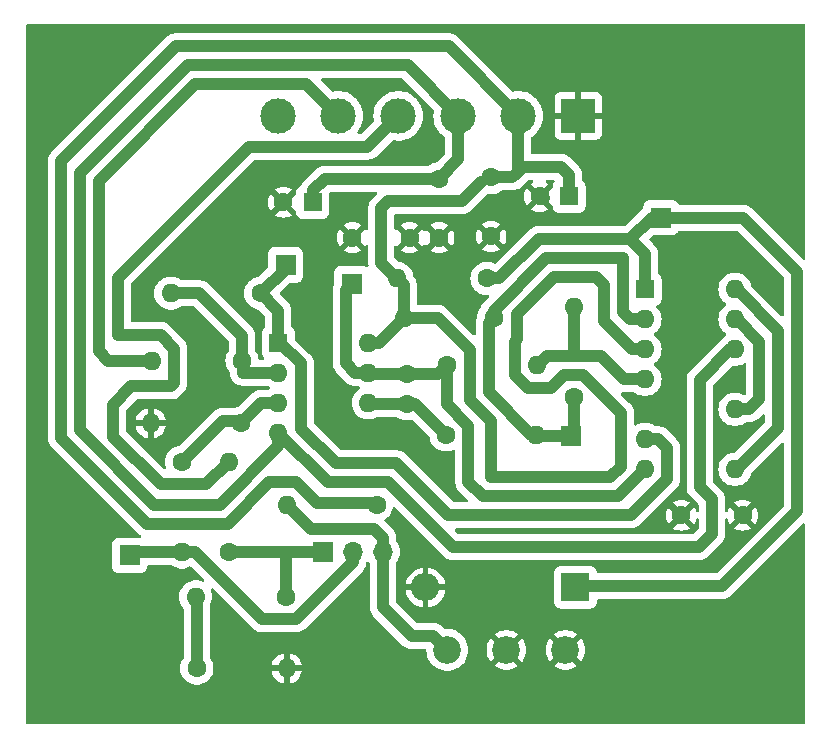
<source format=gbr>
%TF.GenerationSoftware,KiCad,Pcbnew,8.0.4*%
%TF.CreationDate,2024-11-22T17:56:22-03:00*%
%TF.ProjectId,pcb_pwm,7063625f-7077-46d2-9e6b-696361645f70,rev?*%
%TF.SameCoordinates,Original*%
%TF.FileFunction,Copper,L2,Bot*%
%TF.FilePolarity,Positive*%
%FSLAX46Y46*%
G04 Gerber Fmt 4.6, Leading zero omitted, Abs format (unit mm)*
G04 Created by KiCad (PCBNEW 8.0.4) date 2024-11-22 17:56:22*
%MOMM*%
%LPD*%
G01*
G04 APERTURE LIST*
%TA.AperFunction,ComponentPad*%
%ADD10R,1.800000X1.800000*%
%TD*%
%TA.AperFunction,ComponentPad*%
%ADD11R,1.600000X1.600000*%
%TD*%
%TA.AperFunction,ComponentPad*%
%ADD12O,1.600000X1.600000*%
%TD*%
%TA.AperFunction,ComponentPad*%
%ADD13C,1.600000*%
%TD*%
%TA.AperFunction,ComponentPad*%
%ADD14R,2.400000X2.400000*%
%TD*%
%TA.AperFunction,ComponentPad*%
%ADD15O,2.400000X2.400000*%
%TD*%
%TA.AperFunction,ComponentPad*%
%ADD16R,1.700000X1.700000*%
%TD*%
%TA.AperFunction,ComponentPad*%
%ADD17O,1.700000X1.700000*%
%TD*%
%TA.AperFunction,ComponentPad*%
%ADD18R,3.000000X3.000000*%
%TD*%
%TA.AperFunction,ComponentPad*%
%ADD19C,3.000000*%
%TD*%
%TA.AperFunction,ComponentPad*%
%ADD20C,2.340000*%
%TD*%
%TA.AperFunction,Conductor*%
%ADD21C,1.000000*%
%TD*%
G04 APERTURE END LIST*
D10*
%TO.P,TP3,1,1*%
%TO.N,Vtriang*%
X139100000Y-81600000D03*
%TD*%
D11*
%TO.P,U1,1*%
%TO.N,Verr*%
X132900000Y-86600000D03*
D12*
%TO.P,U1,2,-*%
%TO.N,Net-(U1A--)*%
X132900000Y-89140000D03*
%TO.P,U1,3,+*%
%TO.N,Net-(U1A-+)*%
X132900000Y-91680000D03*
%TO.P,U1,4,V-*%
%TO.N,-Vcc*%
X132900000Y-94220000D03*
%TO.P,U1,5,+*%
%TO.N,0*%
X140520000Y-94220000D03*
%TO.P,U1,6,-*%
%TO.N,Net-(U1B--)*%
X140520000Y-91680000D03*
%TO.P,U1,7*%
%TO.N,Vtriang*%
X140520000Y-89140000D03*
%TO.P,U1,8,V+*%
%TO.N,Vcc*%
X140520000Y-86600000D03*
%TD*%
D13*
%TO.P,,2*%
%TO.N,0*%
X144000000Y-77700000D03*
%TD*%
%TO.P,R6,1*%
%TO.N,Vcc*%
X141210000Y-100300000D03*
D12*
%TO.P,R6,2*%
%TO.N,Net-(J2-Pin_3)*%
X133590000Y-100300000D03*
%TD*%
D11*
%TO.P,U2,1*%
%TO.N,Vo*%
X163934315Y-82075000D03*
D12*
%TO.P,U2,2*%
%TO.N,Vcuad*%
X163934315Y-84615000D03*
%TO.P,U2,3,V+*%
%TO.N,Vcc*%
X163934315Y-87155000D03*
%TO.P,U2,4,-*%
%TO.N,Net-(U2A--)*%
X163934315Y-89695000D03*
%TO.P,U2,5,+*%
%TO.N,0*%
X163934315Y-92235000D03*
%TO.P,U2,6,-*%
%TO.N,Verr*%
X163934315Y-94775000D03*
%TO.P,U2,7,+*%
%TO.N,Vtriang*%
X163934315Y-97315000D03*
%TO.P,U2,8,-*%
%TO.N,Net-(U2D--)*%
X171554315Y-97315000D03*
%TO.P,U2,9,+*%
%TO.N,0*%
X171554315Y-94775000D03*
%TO.P,U2,10,-*%
%TO.N,Net-(U2C--)*%
X171554315Y-92235000D03*
%TO.P,U2,11,+*%
%TO.N,0*%
X171554315Y-89695000D03*
%TO.P,U2,12,V-*%
%TO.N,-Vcc*%
X171554315Y-87155000D03*
%TO.P,U2,13*%
%TO.N,Net-(U2C--)*%
X171554315Y-84615000D03*
%TO.P,U2,14*%
%TO.N,Net-(U2D--)*%
X171554315Y-82075000D03*
%TD*%
D13*
%TO.P,R4,1*%
%TO.N,Vtriang*%
X147190000Y-88500000D03*
D12*
%TO.P,R4,2*%
%TO.N,Net-(U2A--)*%
X154810000Y-88500000D03*
%TD*%
D13*
%TO.P,R11,1*%
%TO.N,Verr*%
X131410000Y-82400000D03*
D12*
%TO.P,R11,2*%
%TO.N,Net-(U1A--)*%
X123790000Y-82400000D03*
%TD*%
D13*
%TO.P,R3,1*%
%TO.N,Vcuad*%
X157900000Y-91200000D03*
D12*
%TO.P,R3,2*%
%TO.N,Net-(U2A--)*%
X157900000Y-83580000D03*
%TD*%
D10*
%TO.P,TP4,1,1*%
%TO.N,Vcomp*%
X120300000Y-104600000D03*
%TD*%
D13*
%TO.P,C3,1*%
%TO.N,Vcc*%
X150900000Y-72600000D03*
%TO.P,C3,2*%
%TO.N,0*%
X150900000Y-77600000D03*
%TD*%
D14*
%TO.P,D1,1,K*%
%TO.N,Vo*%
X158050000Y-107300000D03*
D15*
%TO.P,D1,2,A*%
%TO.N,0*%
X145350000Y-107300000D03*
%TD*%
D13*
%TO.P,R14,1*%
%TO.N,Net-(R14-Pad1)*%
X125990000Y-114150000D03*
D12*
%TO.P,R14,2*%
%TO.N,0*%
X133610000Y-114150000D03*
%TD*%
D13*
%TO.P,R1,1*%
%TO.N,Vcuad*%
X151110000Y-84500000D03*
D12*
%TO.P,R1,2*%
%TO.N,Vcc*%
X143490000Y-84500000D03*
%TD*%
D13*
%TO.P,R2,1*%
%TO.N,Vo*%
X150560000Y-81150000D03*
D12*
%TO.P,R2,2*%
%TO.N,Vcc*%
X142940000Y-81150000D03*
%TD*%
D13*
%TO.P,R13,1*%
%TO.N,Net-(U1A-+)*%
X124700000Y-96690000D03*
D12*
%TO.P,R13,2*%
%TO.N,Vcomp*%
X124700000Y-104310000D03*
%TD*%
D10*
%TO.P,TP1,1,1*%
%TO.N,Vo*%
X165300000Y-76000000D03*
%TD*%
%TO.P,TP2,1,1*%
%TO.N,Vcuad*%
X157700000Y-94500000D03*
%TD*%
D13*
%TO.P,,2*%
%TO.N,0*%
X167000000Y-101200000D03*
%TD*%
%TO.P,R8,1*%
%TO.N,Net-(J2-Pin_1)*%
X128700000Y-104310000D03*
D12*
%TO.P,R8,2*%
%TO.N,Vsin*%
X128700000Y-96690000D03*
%TD*%
D16*
%TO.P,J2,1,Pin_1*%
%TO.N,Net-(J2-Pin_1)*%
X136660000Y-104300000D03*
D17*
%TO.P,J2,2,Pin_2*%
%TO.N,Vcomp*%
X139200000Y-104300000D03*
%TO.P,J2,3,Pin_3*%
%TO.N,Net-(J2-Pin_3)*%
X141740000Y-104300000D03*
%TD*%
D13*
%TO.P,R12,1*%
%TO.N,Net-(U1A-+)*%
X129710000Y-93400000D03*
D12*
%TO.P,R12,2*%
%TO.N,0*%
X122090000Y-93400000D03*
%TD*%
D10*
%TO.P,TP5,1,1*%
%TO.N,Verr*%
X133500000Y-80000000D03*
%TD*%
D13*
%TO.P,,2*%
%TO.N,0*%
X172200000Y-101200000D03*
%TD*%
D11*
%TO.P,C2,1*%
%TO.N,Vcc*%
X157505112Y-74200000D03*
D13*
%TO.P,C2,2*%
%TO.N,0*%
X155005112Y-74200000D03*
%TD*%
%TO.P,R9,1*%
%TO.N,Net-(J2-Pin_1)*%
X133510000Y-108100000D03*
D12*
%TO.P,R9,2*%
%TO.N,Net-(R14-Pad1)*%
X125890000Y-108100000D03*
%TD*%
D13*
%TO.P,C1,1*%
%TO.N,Vtriang*%
X143800000Y-89250000D03*
%TO.P,C1,2*%
%TO.N,Net-(U1B--)*%
X143800000Y-91750000D03*
%TD*%
%TO.P,R5,1*%
%TO.N,Net-(U1B--)*%
X147090000Y-94400000D03*
D12*
%TO.P,R5,2*%
%TO.N,Vcuad*%
X154710000Y-94400000D03*
%TD*%
D13*
%TO.P,R10,1*%
%TO.N,Net-(U1A--)*%
X129810000Y-88100000D03*
D12*
%TO.P,R10,2*%
%TO.N,Vref*%
X122190000Y-88100000D03*
%TD*%
D18*
%TO.P,J3,1,Pin_1*%
%TO.N,0*%
X158280000Y-67390000D03*
D19*
%TO.P,J3,2,Pin_2*%
%TO.N,Vcc*%
X153200000Y-67390000D03*
%TO.P,J3,3,Pin_3*%
%TO.N,-Vcc*%
X148120000Y-67390000D03*
%TO.P,J3,4,Pin_4*%
%TO.N,Vsin*%
X143040000Y-67390000D03*
%TO.P,J3,5,Pin_5*%
%TO.N,Vref*%
X137960000Y-67390000D03*
%TO.P,J3,6,Pin_6*%
%TO.N,N/C*%
X132880000Y-67390000D03*
%TD*%
D20*
%TO.P,RV1,1,1*%
%TO.N,Net-(J2-Pin_3)*%
X147200000Y-112600000D03*
%TO.P,RV1,2,2*%
%TO.N,0*%
X152200000Y-112600000D03*
%TO.P,RV1,3,3*%
X157200000Y-112600000D03*
%TD*%
D13*
%TO.P,,2*%
%TO.N,0*%
X139150000Y-77700000D03*
%TD*%
%TO.P,C4,1*%
%TO.N,-Vcc*%
X146500000Y-72700000D03*
%TO.P,C4,2*%
%TO.N,0*%
X146500000Y-77700000D03*
%TD*%
D11*
%TO.P,C5,1*%
%TO.N,-Vcc*%
X135805113Y-74700000D03*
D13*
%TO.P,C5,2*%
%TO.N,0*%
X133305113Y-74700000D03*
%TD*%
D21*
%TO.N,Net-(U1B--)*%
X140590000Y-91750000D02*
X140520000Y-91680000D01*
X144440000Y-91750000D02*
X147090000Y-94400000D01*
X143800000Y-91750000D02*
X140590000Y-91750000D01*
X143800000Y-91750000D02*
X144440000Y-91750000D01*
%TO.N,Vcc*%
X153100000Y-86300000D02*
X152900000Y-86500000D01*
X157505112Y-72400000D02*
X157505112Y-74200000D01*
X150900000Y-93260252D02*
X149090000Y-91450252D01*
X161900000Y-97086573D02*
X160986573Y-98000000D01*
X159784315Y-81050000D02*
X156238226Y-81050000D01*
X153200000Y-72081370D02*
X153200000Y-67390000D01*
X153094113Y-84194113D02*
X153100000Y-84200000D01*
X154000000Y-90400000D02*
X156012994Y-90400000D01*
X141600000Y-79810000D02*
X141600000Y-75200000D01*
X152981370Y-72300000D02*
X153200000Y-72081370D01*
X149090000Y-87190000D02*
X146400000Y-84500000D01*
X157112994Y-89300000D02*
X158687006Y-89300000D01*
X153100000Y-84200000D02*
X153100000Y-86300000D01*
X150900000Y-72600000D02*
X152681370Y-72600000D01*
X136177006Y-100200000D02*
X141110000Y-100200000D01*
X153581370Y-71700000D02*
X156805112Y-71700000D01*
X156805112Y-71700000D02*
X157505112Y-72400000D01*
X121737258Y-101900000D02*
X128614112Y-101900000D01*
X147310000Y-61500000D02*
X124200000Y-61500000D01*
X160986573Y-98000000D02*
X150900000Y-98000000D01*
X152910000Y-89310000D02*
X154000000Y-90400000D01*
X160434315Y-84786370D02*
X160434315Y-81700000D01*
X132114112Y-98400000D02*
X134377006Y-98400000D01*
X156238226Y-81050000D02*
X153094113Y-84194113D01*
X156012994Y-90400000D02*
X157112994Y-89300000D01*
X150900000Y-98000000D02*
X150900000Y-93260252D01*
X152981370Y-72300000D02*
X153581370Y-71700000D01*
X141110000Y-100200000D02*
X141210000Y-100300000D01*
X134377006Y-98400000D02*
X136177006Y-100200000D01*
X158687006Y-89300000D02*
X161900000Y-92512994D01*
X152681370Y-72600000D02*
X152981370Y-72300000D01*
X142200000Y-74600000D02*
X148418630Y-74600000D01*
X152900000Y-86500000D02*
X152910000Y-86510000D01*
X141390000Y-86600000D02*
X143490000Y-84500000D01*
X114500000Y-94662742D02*
X121737258Y-101900000D01*
X148418630Y-74600000D02*
X150068630Y-72950000D01*
X149090000Y-91450252D02*
X149090000Y-87190000D01*
X153200000Y-67390000D02*
X147310000Y-61500000D01*
X114500000Y-71200000D02*
X114500000Y-94662742D01*
X128614112Y-101900000D02*
X132114112Y-98400000D01*
X161900000Y-92512994D02*
X161900000Y-97086573D01*
X162802945Y-87155000D02*
X160434315Y-84786370D01*
X140520000Y-86600000D02*
X141390000Y-86600000D01*
X146400000Y-84500000D02*
X143490000Y-84500000D01*
X141600000Y-75200000D02*
X142200000Y-74600000D01*
X143490000Y-81700000D02*
X141600000Y-79810000D01*
X143490000Y-84500000D02*
X143490000Y-81700000D01*
X160434315Y-81700000D02*
X159784315Y-81050000D01*
X152910000Y-86510000D02*
X152910000Y-89310000D01*
X124200000Y-61500000D02*
X114500000Y-71200000D01*
X163934315Y-87155000D02*
X162802945Y-87155000D01*
%TO.N,0*%
X155050000Y-73950000D02*
X155400000Y-74300000D01*
%TO.N,Vo*%
X151612742Y-81150000D02*
X150560000Y-81150000D01*
X158050000Y-107300000D02*
X158150000Y-107200000D01*
X158150000Y-107200000D02*
X170450000Y-107200000D01*
X176800000Y-100850000D02*
X176800000Y-80600000D01*
X165300000Y-76000000D02*
X164547057Y-76000000D01*
X155050000Y-77850000D02*
X154981371Y-77781371D01*
X164547057Y-76000000D02*
X162697057Y-77850000D01*
X172200000Y-76000000D02*
X165300000Y-76000000D01*
X176800000Y-80600000D02*
X172200000Y-76000000D01*
X154981371Y-77781371D02*
X151612742Y-81150000D01*
X170450000Y-107200000D02*
X176800000Y-100850000D01*
X162697057Y-77850000D02*
X155050000Y-77850000D01*
X162697057Y-77850000D02*
X163934315Y-79087258D01*
X163934315Y-79087258D02*
X163934315Y-82075000D01*
%TO.N,Vsin*%
X118900000Y-94537258D02*
X118900000Y-91850000D01*
X130400000Y-70000000D02*
X140430000Y-70000000D01*
X118900000Y-91850000D02*
X120450000Y-90300000D01*
X128700000Y-96690000D02*
X126800000Y-98590000D01*
X140430000Y-70000000D02*
X143040000Y-67390000D01*
X123777006Y-90300000D02*
X124090000Y-89987006D01*
X124090000Y-87090000D02*
X122950000Y-85950000D01*
X119300000Y-85950000D02*
X119300000Y-81100000D01*
X124090000Y-89987006D02*
X124090000Y-87090000D01*
X122950000Y-85950000D02*
X119300000Y-85950000D01*
X120450000Y-90300000D02*
X123777006Y-90300000D01*
X122952742Y-98590000D02*
X118900000Y-94537258D01*
X126800000Y-98590000D02*
X122952742Y-98590000D01*
X119300000Y-81100000D02*
X130400000Y-70000000D01*
%TO.N,Net-(J2-Pin_3)*%
X141740000Y-104300000D02*
X141740000Y-108990000D01*
X141740000Y-108990000D02*
X144170000Y-111420000D01*
X146020000Y-111420000D02*
X147200000Y-112600000D01*
X141740000Y-103097919D02*
X140992081Y-102350000D01*
X141740000Y-103097919D02*
X141740000Y-104300000D01*
X135640000Y-102350000D02*
X133590000Y-100300000D01*
X144170000Y-111420000D02*
X146020000Y-111420000D01*
X140992081Y-102350000D02*
X135640000Y-102350000D01*
%TO.N,Net-(U1A-+)*%
X129710000Y-93400000D02*
X131430000Y-91680000D01*
X131430000Y-91680000D02*
X132900000Y-91680000D01*
X128190000Y-93200000D02*
X129510000Y-93200000D01*
X129510000Y-93200000D02*
X129710000Y-93400000D01*
X124700000Y-96690000D02*
X128190000Y-93200000D01*
%TO.N,Net-(U1A--)*%
X129870000Y-88160000D02*
X129810000Y-88100000D01*
X132900000Y-89140000D02*
X129870000Y-89140000D01*
X129870000Y-89140000D02*
X129870000Y-88160000D01*
X126200000Y-82400000D02*
X129810000Y-86010000D01*
X123790000Y-82400000D02*
X126200000Y-82400000D01*
X129810000Y-88100000D02*
X129810000Y-86010000D01*
%TO.N,-Vcc*%
X122400000Y-100300000D02*
X116100000Y-94000000D01*
X168550000Y-89750000D02*
X168550000Y-98800000D01*
X171554315Y-87155000D02*
X171145000Y-87155000D01*
X168550000Y-98800000D02*
X169600000Y-99850000D01*
X171145000Y-87155000D02*
X168550000Y-89750000D01*
X169600000Y-99850000D02*
X169600000Y-102800000D01*
X169600000Y-102800000D02*
X168500000Y-103900000D01*
X142200000Y-98400000D02*
X137080000Y-98400000D01*
X116100000Y-72200000D02*
X125200000Y-63100000D01*
X146500000Y-72700000D02*
X136800000Y-72700000D01*
X168500000Y-103900000D02*
X147700000Y-103900000D01*
X143830000Y-63100000D02*
X148120000Y-67390000D01*
X137080000Y-98400000D02*
X132900000Y-94220000D01*
X127951370Y-100300000D02*
X122400000Y-100300000D01*
X148120000Y-67390000D02*
X148120000Y-71080000D01*
X136800000Y-72700000D02*
X135805113Y-73694887D01*
X125200000Y-63100000D02*
X143830000Y-63100000D01*
X147700000Y-103900000D02*
X142200000Y-98400000D01*
X132900000Y-94220000D02*
X132900000Y-95351370D01*
X135805113Y-73694887D02*
X135805113Y-74700000D01*
X132900000Y-95351370D02*
X127951370Y-100300000D01*
X116100000Y-94000000D02*
X116100000Y-72200000D01*
X148120000Y-71080000D02*
X146500000Y-72700000D01*
%TO.N,Net-(J2-Pin_1)*%
X133600000Y-104310000D02*
X128700000Y-104310000D01*
X133510000Y-104400000D02*
X133600000Y-104310000D01*
X133600000Y-104310000D02*
X136650000Y-104310000D01*
X133510000Y-108100000D02*
X133510000Y-104400000D01*
X136650000Y-104310000D02*
X136660000Y-104300000D01*
%TO.N,Net-(U2A--)*%
X157800000Y-87700001D02*
X160200001Y-87700001D01*
X157900000Y-87600001D02*
X157800000Y-87700001D01*
X157900000Y-83580000D02*
X157900000Y-87600001D01*
X160200001Y-87700001D02*
X162195000Y-89695000D01*
X162195000Y-89695000D02*
X163934315Y-89695000D01*
X154810000Y-88500000D02*
X155609999Y-87700001D01*
X155609999Y-87700001D02*
X157800000Y-87700001D01*
%TO.N,Net-(R14-Pad1)*%
X125990000Y-108200000D02*
X125890000Y-108100000D01*
X125990000Y-114150000D02*
X125990000Y-108200000D01*
%TO.N,Vref*%
X117700000Y-87300000D02*
X117700000Y-72862742D01*
X122190000Y-88100000D02*
X118500000Y-88100000D01*
X118500000Y-88100000D02*
X117700000Y-87300000D01*
X125862742Y-64700000D02*
X135270000Y-64700000D01*
X117700000Y-72862742D02*
X125862742Y-64700000D01*
X135270000Y-64700000D02*
X137960000Y-67390000D01*
%TO.N,Net-(U2D--)*%
X171701321Y-82075000D02*
X171554315Y-82075000D01*
X175200000Y-93816321D02*
X175200000Y-85573679D01*
X171554315Y-97315000D02*
X171701321Y-97315000D01*
X175200000Y-85573679D02*
X171701321Y-82075000D01*
X171701321Y-97315000D02*
X175200000Y-93816321D01*
%TO.N,Net-(U2C--)*%
X171554315Y-92235000D02*
X172765000Y-92235000D01*
X172765000Y-92235000D02*
X173600000Y-91400000D01*
X173600000Y-91400000D02*
X173600000Y-86513679D01*
X171701321Y-84615000D02*
X171554315Y-84615000D01*
X173600000Y-86513679D02*
X171701321Y-84615000D01*
%TO.N,Vtriang*%
X143800000Y-89250000D02*
X146440000Y-89250000D01*
X148990000Y-98390000D02*
X148990000Y-94000000D01*
X138600000Y-82100000D02*
X139100000Y-81600000D01*
X148990000Y-93612994D02*
X148990000Y-94000000D01*
X138600000Y-88351370D02*
X138600000Y-82100000D01*
X147190000Y-88500000D02*
X147190000Y-91812994D01*
X140630000Y-89250000D02*
X140520000Y-89140000D01*
X146440000Y-89250000D02*
X147190000Y-88500000D01*
X161649315Y-99600000D02*
X150200000Y-99600000D01*
X143800000Y-89250000D02*
X140630000Y-89250000D01*
X139388630Y-89140000D02*
X138600000Y-88351370D01*
X140520000Y-89140000D02*
X139388630Y-89140000D01*
X163934315Y-97315000D02*
X161649315Y-99600000D01*
X147190000Y-91812994D02*
X148990000Y-93612994D01*
X150200000Y-99600000D02*
X148990000Y-98390000D01*
%TO.N,Vcuad*%
X154302490Y-94400000D02*
X154710000Y-94400000D01*
X150690000Y-84920000D02*
X150690000Y-90787510D01*
X151110000Y-84500000D02*
X151110000Y-83915484D01*
X157900000Y-91200000D02*
X157900000Y-94300000D01*
X151110000Y-83915484D02*
X155575484Y-79450000D01*
X151110000Y-84500000D02*
X150690000Y-84920000D01*
X154810000Y-94500000D02*
X154710000Y-94400000D01*
X150690000Y-90787510D02*
X154302490Y-94400000D01*
X162034315Y-79450000D02*
X162034315Y-83975000D01*
X162034315Y-83975000D02*
X162674315Y-84615000D01*
X162674315Y-84615000D02*
X163934315Y-84615000D01*
X157700000Y-94500000D02*
X154810000Y-94500000D01*
X157900000Y-94300000D02*
X157700000Y-94500000D01*
X155575484Y-79450000D02*
X162034315Y-79450000D01*
%TO.N,Verr*%
X142862742Y-96800000D02*
X147262742Y-101200000D01*
X133500000Y-80000000D02*
X133500000Y-80310000D01*
X134800000Y-88352994D02*
X134800000Y-93857258D01*
X137742742Y-96800000D02*
X142862742Y-96800000D01*
X132900000Y-86600000D02*
X133047006Y-86600000D01*
X134800000Y-93857258D02*
X137742742Y-96800000D01*
X165834315Y-95543630D02*
X165065685Y-94775000D01*
X132900000Y-86600000D02*
X132900000Y-83890000D01*
X133047006Y-86600000D02*
X134800000Y-88352994D01*
X165065685Y-94775000D02*
X163934315Y-94775000D01*
X165834315Y-98102006D02*
X165834315Y-95543630D01*
X162736321Y-101200000D02*
X165834315Y-98102006D01*
X132900000Y-83890000D02*
X131410000Y-82400000D01*
X133500000Y-80310000D02*
X131410000Y-82400000D01*
X147262742Y-101200000D02*
X162736321Y-101200000D01*
%TO.N,Vcomp*%
X125831370Y-104310000D02*
X131521370Y-110000000D01*
X124700000Y-104310000D02*
X120590000Y-104310000D01*
X131521370Y-110000000D02*
X134400000Y-110000000D01*
X134400000Y-110000000D02*
X139200000Y-105200000D01*
X139200000Y-105200000D02*
X139200000Y-104300000D01*
X124700000Y-104310000D02*
X125831370Y-104310000D01*
X120590000Y-104310000D02*
X120300000Y-104600000D01*
%TD*%
%TA.AperFunction,Conductor*%
%TO.N,0*%
G36*
X177442539Y-59620185D02*
G01*
X177488294Y-59672989D01*
X177499500Y-59724500D01*
X177499500Y-79443796D01*
X177479815Y-79510835D01*
X177427011Y-79556590D01*
X177357853Y-79566534D01*
X177294297Y-79537509D01*
X177287819Y-79531477D01*
X172916930Y-75160588D01*
X172916928Y-75160586D01*
X172776788Y-75058768D01*
X172622445Y-74980127D01*
X172457701Y-74926598D01*
X172457699Y-74926597D01*
X172457698Y-74926597D01*
X172326271Y-74905781D01*
X172286611Y-74899500D01*
X172286610Y-74899500D01*
X166849781Y-74899500D01*
X166782742Y-74879815D01*
X166736987Y-74827011D01*
X166735220Y-74822952D01*
X166724537Y-74797161D01*
X166724536Y-74797160D01*
X166724536Y-74797159D01*
X166628282Y-74671718D01*
X166502841Y-74575464D01*
X166496267Y-74572741D01*
X166356762Y-74514956D01*
X166356760Y-74514955D01*
X166239370Y-74499501D01*
X166239367Y-74499500D01*
X166239361Y-74499500D01*
X166239354Y-74499500D01*
X164360636Y-74499500D01*
X164243246Y-74514953D01*
X164243237Y-74514956D01*
X164097160Y-74575463D01*
X163971718Y-74671718D01*
X163875463Y-74797160D01*
X163814956Y-74943237D01*
X163814955Y-74943239D01*
X163799501Y-75060629D01*
X163799500Y-75060645D01*
X163799500Y-75139852D01*
X163779815Y-75206891D01*
X163763181Y-75227533D01*
X162277534Y-76713181D01*
X162216211Y-76746666D01*
X162189853Y-76749500D01*
X155386531Y-76749500D01*
X155348213Y-76743431D01*
X155239072Y-76707969D01*
X155067982Y-76680871D01*
X154894760Y-76680871D01*
X154855099Y-76687152D01*
X154723673Y-76707968D01*
X154558923Y-76761499D01*
X154404582Y-76840139D01*
X154327536Y-76896117D01*
X154264443Y-76941957D01*
X154264441Y-76941959D01*
X154264440Y-76941959D01*
X151331874Y-79874524D01*
X151270551Y-79908009D01*
X151200859Y-79903025D01*
X151185176Y-79895898D01*
X151124509Y-79863067D01*
X151124506Y-79863065D01*
X151124503Y-79863064D01*
X151124500Y-79863063D01*
X151124498Y-79863062D01*
X150904984Y-79787702D01*
X150733282Y-79759050D01*
X150676049Y-79749500D01*
X150443951Y-79749500D01*
X150398164Y-79757140D01*
X150215015Y-79787702D01*
X149995504Y-79863061D01*
X149995495Y-79863064D01*
X149791371Y-79973531D01*
X149791365Y-79973535D01*
X149608222Y-80116081D01*
X149608219Y-80116084D01*
X149451016Y-80286852D01*
X149324075Y-80481151D01*
X149230842Y-80693699D01*
X149173866Y-80918691D01*
X149173864Y-80918702D01*
X149154700Y-81149993D01*
X149154700Y-81150006D01*
X149173864Y-81381297D01*
X149173866Y-81381308D01*
X149230842Y-81606300D01*
X149324075Y-81818848D01*
X149451016Y-82013147D01*
X149451019Y-82013151D01*
X149451021Y-82013153D01*
X149608216Y-82183913D01*
X149608219Y-82183915D01*
X149608222Y-82183918D01*
X149791365Y-82326464D01*
X149791371Y-82326468D01*
X149791374Y-82326470D01*
X149995497Y-82436936D01*
X150058506Y-82458567D01*
X150215015Y-82512297D01*
X150215017Y-82512297D01*
X150215019Y-82512298D01*
X150443951Y-82550500D01*
X150443952Y-82550500D01*
X150619279Y-82550500D01*
X150686318Y-82570185D01*
X150732073Y-82622989D01*
X150742017Y-82692147D01*
X150712992Y-82755703D01*
X150706960Y-82762181D01*
X150393072Y-83076070D01*
X150270588Y-83198553D01*
X150270588Y-83198554D01*
X150270586Y-83198556D01*
X150232142Y-83251470D01*
X150168768Y-83338695D01*
X150090128Y-83493035D01*
X150090127Y-83493039D01*
X150074882Y-83539953D01*
X150048184Y-83585612D01*
X150001019Y-83636849D01*
X149874075Y-83831151D01*
X149780842Y-84043699D01*
X149723866Y-84268691D01*
X149723864Y-84268703D01*
X149713670Y-84391732D01*
X149700580Y-84437785D01*
X149670128Y-84497551D01*
X149670126Y-84497557D01*
X149616597Y-84662302D01*
X149589500Y-84833389D01*
X149589500Y-85833796D01*
X149569815Y-85900835D01*
X149517011Y-85946590D01*
X149447853Y-85956534D01*
X149384297Y-85927509D01*
X149377819Y-85921477D01*
X147116930Y-83660588D01*
X147116928Y-83660586D01*
X146976788Y-83558768D01*
X146822445Y-83480127D01*
X146657701Y-83426598D01*
X146657699Y-83426597D01*
X146657698Y-83426597D01*
X146526271Y-83405781D01*
X146486611Y-83399500D01*
X146486610Y-83399500D01*
X144714500Y-83399500D01*
X144647461Y-83379815D01*
X144601706Y-83327011D01*
X144590500Y-83275500D01*
X144590500Y-81613389D01*
X144563402Y-81442302D01*
X144563402Y-81442299D01*
X144509873Y-81277555D01*
X144431232Y-81123212D01*
X144352124Y-81014330D01*
X144328867Y-80951685D01*
X144326134Y-80918695D01*
X144269157Y-80693700D01*
X144266445Y-80687518D01*
X144175924Y-80481151D01*
X144048983Y-80286852D01*
X144048980Y-80286849D01*
X144048979Y-80286847D01*
X143891784Y-80116087D01*
X143891779Y-80116083D01*
X143891777Y-80116081D01*
X143708634Y-79973535D01*
X143708628Y-79973531D01*
X143504504Y-79863064D01*
X143504495Y-79863061D01*
X143284983Y-79787702D01*
X143142993Y-79764008D01*
X143080108Y-79733557D01*
X143075722Y-79729380D01*
X142736819Y-79390477D01*
X142703334Y-79329154D01*
X142700500Y-79302796D01*
X142700500Y-78503880D01*
X142720185Y-78436841D01*
X142772989Y-78391086D01*
X142842147Y-78381142D01*
X142905703Y-78410167D01*
X142919379Y-78425333D01*
X142920974Y-78425472D01*
X143600000Y-77746446D01*
X143600000Y-77752661D01*
X143627259Y-77854394D01*
X143679920Y-77945606D01*
X143754394Y-78020080D01*
X143845606Y-78072741D01*
X143947339Y-78100000D01*
X143953553Y-78100000D01*
X143274526Y-78779025D01*
X143347513Y-78830132D01*
X143347521Y-78830136D01*
X143553668Y-78926264D01*
X143553682Y-78926269D01*
X143773389Y-78985139D01*
X143773400Y-78985141D01*
X143999998Y-79004966D01*
X144000002Y-79004966D01*
X144226599Y-78985141D01*
X144226610Y-78985139D01*
X144446317Y-78926269D01*
X144446331Y-78926264D01*
X144652478Y-78830136D01*
X144725471Y-78779024D01*
X144046447Y-78100000D01*
X144052661Y-78100000D01*
X144154394Y-78072741D01*
X144245606Y-78020080D01*
X144320080Y-77945606D01*
X144372741Y-77854394D01*
X144400000Y-77752661D01*
X144400000Y-77746447D01*
X145079024Y-78425471D01*
X145130135Y-78352480D01*
X145137617Y-78336435D01*
X145183789Y-78283995D01*
X145250982Y-78264842D01*
X145317863Y-78285057D01*
X145362383Y-78336435D01*
X145369865Y-78352481D01*
X145420974Y-78425472D01*
X146100000Y-77746446D01*
X146100000Y-77752661D01*
X146127259Y-77854394D01*
X146179920Y-77945606D01*
X146254394Y-78020080D01*
X146345606Y-78072741D01*
X146447339Y-78100000D01*
X146453553Y-78100000D01*
X145774526Y-78779025D01*
X145847513Y-78830132D01*
X145847521Y-78830136D01*
X146053668Y-78926264D01*
X146053682Y-78926269D01*
X146273389Y-78985139D01*
X146273400Y-78985141D01*
X146499998Y-79004966D01*
X146500002Y-79004966D01*
X146726599Y-78985141D01*
X146726610Y-78985139D01*
X146946317Y-78926269D01*
X146946331Y-78926264D01*
X147152478Y-78830136D01*
X147225471Y-78779024D01*
X146546447Y-78100000D01*
X146552661Y-78100000D01*
X146654394Y-78072741D01*
X146745606Y-78020080D01*
X146820080Y-77945606D01*
X146872741Y-77854394D01*
X146900000Y-77752661D01*
X146900000Y-77746447D01*
X147579024Y-78425471D01*
X147630136Y-78352478D01*
X147726264Y-78146331D01*
X147726269Y-78146317D01*
X147785139Y-77926610D01*
X147785141Y-77926599D01*
X147804966Y-77700002D01*
X147804966Y-77699997D01*
X147796217Y-77599997D01*
X149595034Y-77599997D01*
X149595034Y-77600002D01*
X149614858Y-77826599D01*
X149614860Y-77826610D01*
X149673730Y-78046317D01*
X149673735Y-78046331D01*
X149769863Y-78252478D01*
X149820974Y-78325472D01*
X150500000Y-77646446D01*
X150500000Y-77652661D01*
X150527259Y-77754394D01*
X150579920Y-77845606D01*
X150654394Y-77920080D01*
X150745606Y-77972741D01*
X150847339Y-78000000D01*
X150853553Y-78000000D01*
X150174526Y-78679025D01*
X150247513Y-78730132D01*
X150247521Y-78730136D01*
X150453668Y-78826264D01*
X150453682Y-78826269D01*
X150673389Y-78885139D01*
X150673400Y-78885141D01*
X150899998Y-78904966D01*
X150900002Y-78904966D01*
X151126599Y-78885141D01*
X151126610Y-78885139D01*
X151346317Y-78826269D01*
X151346331Y-78826264D01*
X151552478Y-78730136D01*
X151625471Y-78679024D01*
X150946447Y-78000000D01*
X150952661Y-78000000D01*
X151054394Y-77972741D01*
X151145606Y-77920080D01*
X151220080Y-77845606D01*
X151272741Y-77754394D01*
X151300000Y-77652661D01*
X151300000Y-77646447D01*
X151979024Y-78325471D01*
X152030136Y-78252478D01*
X152126264Y-78046331D01*
X152126269Y-78046317D01*
X152185139Y-77826610D01*
X152185141Y-77826599D01*
X152204966Y-77600002D01*
X152204966Y-77599997D01*
X152185141Y-77373400D01*
X152185139Y-77373389D01*
X152126269Y-77153682D01*
X152126264Y-77153668D01*
X152030136Y-76947521D01*
X152030132Y-76947513D01*
X151979025Y-76874526D01*
X151300000Y-77553551D01*
X151300000Y-77547339D01*
X151272741Y-77445606D01*
X151220080Y-77354394D01*
X151145606Y-77279920D01*
X151054394Y-77227259D01*
X150952661Y-77200000D01*
X150946448Y-77200000D01*
X151625472Y-76520974D01*
X151552478Y-76469863D01*
X151346331Y-76373735D01*
X151346317Y-76373730D01*
X151126610Y-76314860D01*
X151126599Y-76314858D01*
X150900002Y-76295034D01*
X150899998Y-76295034D01*
X150673400Y-76314858D01*
X150673389Y-76314860D01*
X150453682Y-76373730D01*
X150453673Y-76373734D01*
X150247516Y-76469866D01*
X150247512Y-76469868D01*
X150174526Y-76520973D01*
X150174526Y-76520974D01*
X150853553Y-77200000D01*
X150847339Y-77200000D01*
X150745606Y-77227259D01*
X150654394Y-77279920D01*
X150579920Y-77354394D01*
X150527259Y-77445606D01*
X150500000Y-77547339D01*
X150500000Y-77553552D01*
X149820974Y-76874526D01*
X149820973Y-76874526D01*
X149769868Y-76947512D01*
X149769866Y-76947516D01*
X149673734Y-77153673D01*
X149673730Y-77153682D01*
X149614860Y-77373389D01*
X149614858Y-77373400D01*
X149595034Y-77599997D01*
X147796217Y-77599997D01*
X147785141Y-77473400D01*
X147785139Y-77473389D01*
X147726269Y-77253682D01*
X147726264Y-77253668D01*
X147630136Y-77047521D01*
X147630132Y-77047513D01*
X147579025Y-76974526D01*
X146900000Y-77653551D01*
X146900000Y-77647339D01*
X146872741Y-77545606D01*
X146820080Y-77454394D01*
X146745606Y-77379920D01*
X146654394Y-77327259D01*
X146552661Y-77300000D01*
X146546448Y-77300000D01*
X147225472Y-76620974D01*
X147152478Y-76569863D01*
X146946331Y-76473735D01*
X146946317Y-76473730D01*
X146726610Y-76414860D01*
X146726599Y-76414858D01*
X146500002Y-76395034D01*
X146499998Y-76395034D01*
X146273400Y-76414858D01*
X146273389Y-76414860D01*
X146053682Y-76473730D01*
X146053673Y-76473734D01*
X145847516Y-76569866D01*
X145847512Y-76569868D01*
X145774526Y-76620973D01*
X145774526Y-76620974D01*
X146453553Y-77300000D01*
X146447339Y-77300000D01*
X146345606Y-77327259D01*
X146254394Y-77379920D01*
X146179920Y-77454394D01*
X146127259Y-77545606D01*
X146100000Y-77647339D01*
X146100000Y-77653552D01*
X145420974Y-76974526D01*
X145420973Y-76974526D01*
X145369868Y-77047512D01*
X145369865Y-77047518D01*
X145362381Y-77063568D01*
X145316208Y-77116006D01*
X145249014Y-77135157D01*
X145182133Y-77114940D01*
X145137618Y-77063566D01*
X145130134Y-77047517D01*
X145130132Y-77047513D01*
X145079025Y-76974526D01*
X144400000Y-77653551D01*
X144400000Y-77647339D01*
X144372741Y-77545606D01*
X144320080Y-77454394D01*
X144245606Y-77379920D01*
X144154394Y-77327259D01*
X144052661Y-77300000D01*
X144046448Y-77300000D01*
X144725472Y-76620974D01*
X144652478Y-76569863D01*
X144446331Y-76473735D01*
X144446317Y-76473730D01*
X144226610Y-76414860D01*
X144226599Y-76414858D01*
X144000002Y-76395034D01*
X143999998Y-76395034D01*
X143773400Y-76414858D01*
X143773389Y-76414860D01*
X143553682Y-76473730D01*
X143553673Y-76473734D01*
X143347516Y-76569866D01*
X143347512Y-76569868D01*
X143274526Y-76620973D01*
X143274526Y-76620974D01*
X143953553Y-77300000D01*
X143947339Y-77300000D01*
X143845606Y-77327259D01*
X143754394Y-77379920D01*
X143679920Y-77454394D01*
X143627259Y-77545606D01*
X143600000Y-77647339D01*
X143600000Y-77653552D01*
X142920974Y-76974526D01*
X142916466Y-76974920D01*
X142871497Y-77010866D01*
X142801999Y-77018058D01*
X142739644Y-76986535D01*
X142704231Y-76926305D01*
X142700500Y-76896117D01*
X142700500Y-75824500D01*
X142720185Y-75757461D01*
X142772989Y-75711706D01*
X142824500Y-75700500D01*
X148505240Y-75700500D01*
X148505241Y-75700500D01*
X148676331Y-75673402D01*
X148841075Y-75619873D01*
X148995418Y-75541232D01*
X149135558Y-75439414D01*
X150559296Y-74015674D01*
X150620617Y-73982191D01*
X150667381Y-73981048D01*
X150783951Y-74000500D01*
X150783952Y-74000500D01*
X151016048Y-74000500D01*
X151016049Y-74000500D01*
X151244981Y-73962298D01*
X151464503Y-73886936D01*
X151668626Y-73776470D01*
X151668634Y-73776464D01*
X151732640Y-73726647D01*
X151797634Y-73701004D01*
X151808802Y-73700500D01*
X152767980Y-73700500D01*
X152767981Y-73700500D01*
X152939071Y-73673402D01*
X153103815Y-73619873D01*
X153258158Y-73541232D01*
X153398298Y-73439414D01*
X153820784Y-73016928D01*
X154000893Y-72836819D01*
X154062216Y-72803334D01*
X154088574Y-72800500D01*
X154370959Y-72800500D01*
X154437998Y-72820185D01*
X154483753Y-72872989D01*
X154493697Y-72942147D01*
X154464672Y-73005703D01*
X154423364Y-73036882D01*
X154352628Y-73069866D01*
X154352624Y-73069868D01*
X154279638Y-73120973D01*
X154279638Y-73120974D01*
X154958665Y-73800000D01*
X154952451Y-73800000D01*
X154850718Y-73827259D01*
X154759506Y-73879920D01*
X154685032Y-73954394D01*
X154632371Y-74045606D01*
X154605112Y-74147339D01*
X154605112Y-74153552D01*
X153926086Y-73474526D01*
X153926085Y-73474526D01*
X153874980Y-73547512D01*
X153874978Y-73547516D01*
X153778846Y-73753673D01*
X153778842Y-73753682D01*
X153719972Y-73973389D01*
X153719970Y-73973400D01*
X153700146Y-74199997D01*
X153700146Y-74200002D01*
X153719970Y-74426599D01*
X153719972Y-74426610D01*
X153778842Y-74646317D01*
X153778847Y-74646331D01*
X153874975Y-74852478D01*
X153926086Y-74925472D01*
X154605112Y-74246446D01*
X154605112Y-74252661D01*
X154632371Y-74354394D01*
X154685032Y-74445606D01*
X154759506Y-74520080D01*
X154850718Y-74572741D01*
X154952451Y-74600000D01*
X154958665Y-74600000D01*
X154279638Y-75279025D01*
X154352625Y-75330132D01*
X154352633Y-75330136D01*
X154558780Y-75426264D01*
X154558794Y-75426269D01*
X154778501Y-75485139D01*
X154778512Y-75485141D01*
X155005110Y-75504966D01*
X155005114Y-75504966D01*
X155231711Y-75485141D01*
X155231722Y-75485139D01*
X155451429Y-75426269D01*
X155451443Y-75426264D01*
X155657590Y-75330136D01*
X155730583Y-75279024D01*
X155051559Y-74600000D01*
X155057773Y-74600000D01*
X155159506Y-74572741D01*
X155250718Y-74520080D01*
X155325192Y-74445606D01*
X155377853Y-74354394D01*
X155405112Y-74252661D01*
X155405112Y-74246448D01*
X156068293Y-74909629D01*
X156101778Y-74970952D01*
X156104612Y-74997307D01*
X156104612Y-75039362D01*
X156120065Y-75156753D01*
X156120068Y-75156762D01*
X156134338Y-75191214D01*
X156180576Y-75302841D01*
X156276830Y-75428282D01*
X156402271Y-75524536D01*
X156548350Y-75585044D01*
X156665751Y-75600500D01*
X158344472Y-75600499D01*
X158344475Y-75600499D01*
X158461865Y-75585046D01*
X158461869Y-75585044D01*
X158461874Y-75585044D01*
X158607953Y-75524536D01*
X158733394Y-75428282D01*
X158829648Y-75302841D01*
X158890156Y-75156762D01*
X158905612Y-75039361D01*
X158905611Y-73360640D01*
X158905611Y-73360639D01*
X158905611Y-73360636D01*
X158890158Y-73243246D01*
X158890156Y-73243239D01*
X158890156Y-73243238D01*
X158829648Y-73097159D01*
X158733394Y-72971718D01*
X158733392Y-72971717D01*
X158733392Y-72971716D01*
X158654126Y-72910894D01*
X158612923Y-72854466D01*
X158605612Y-72812518D01*
X158605612Y-72313389D01*
X158578514Y-72142302D01*
X158578514Y-72142299D01*
X158524985Y-71977555D01*
X158446344Y-71823212D01*
X158344526Y-71683072D01*
X158222040Y-71560586D01*
X157522040Y-70860586D01*
X157381900Y-70758768D01*
X157227557Y-70680127D01*
X157062813Y-70626598D01*
X157062811Y-70626597D01*
X157062810Y-70626597D01*
X156931383Y-70605781D01*
X156891723Y-70599500D01*
X156891722Y-70599500D01*
X154424500Y-70599500D01*
X154357461Y-70579815D01*
X154311706Y-70527011D01*
X154300500Y-70475500D01*
X154300500Y-69248886D01*
X154320185Y-69181847D01*
X154360070Y-69142939D01*
X154414147Y-69110055D01*
X154637053Y-68928708D01*
X154833189Y-68718698D01*
X154998901Y-68483936D01*
X155131104Y-68228797D01*
X155227334Y-67958032D01*
X155285798Y-67676686D01*
X155305408Y-67390000D01*
X155285798Y-67103314D01*
X155227334Y-66821968D01*
X155131105Y-66551206D01*
X155131106Y-66551206D01*
X154998901Y-66296064D01*
X154833187Y-66061299D01*
X154754554Y-65977105D01*
X154637053Y-65851292D01*
X154625822Y-65842155D01*
X156280000Y-65842155D01*
X156280000Y-67140000D01*
X157560936Y-67140000D01*
X157549207Y-67168316D01*
X157520000Y-67315147D01*
X157520000Y-67464853D01*
X157549207Y-67611684D01*
X157560936Y-67640000D01*
X156280000Y-67640000D01*
X156280000Y-68937844D01*
X156286401Y-68997372D01*
X156286403Y-68997379D01*
X156336645Y-69132086D01*
X156336649Y-69132093D01*
X156422809Y-69247187D01*
X156422812Y-69247190D01*
X156537906Y-69333350D01*
X156537913Y-69333354D01*
X156672620Y-69383596D01*
X156672627Y-69383598D01*
X156732155Y-69389999D01*
X156732172Y-69390000D01*
X158030000Y-69390000D01*
X158030000Y-68109064D01*
X158058316Y-68120793D01*
X158205147Y-68150000D01*
X158354853Y-68150000D01*
X158501684Y-68120793D01*
X158530000Y-68109064D01*
X158530000Y-69390000D01*
X159827828Y-69390000D01*
X159827844Y-69389999D01*
X159887372Y-69383598D01*
X159887379Y-69383596D01*
X160022086Y-69333354D01*
X160022093Y-69333350D01*
X160137187Y-69247190D01*
X160137190Y-69247187D01*
X160223350Y-69132093D01*
X160223354Y-69132086D01*
X160273596Y-68997379D01*
X160273598Y-68997372D01*
X160279999Y-68937844D01*
X160280000Y-68937827D01*
X160280000Y-67640000D01*
X158999064Y-67640000D01*
X159010793Y-67611684D01*
X159040000Y-67464853D01*
X159040000Y-67315147D01*
X159010793Y-67168316D01*
X158999064Y-67140000D01*
X160280000Y-67140000D01*
X160280000Y-65842172D01*
X160279999Y-65842155D01*
X160273598Y-65782627D01*
X160273596Y-65782620D01*
X160223354Y-65647913D01*
X160223350Y-65647906D01*
X160137190Y-65532812D01*
X160137187Y-65532809D01*
X160022093Y-65446649D01*
X160022086Y-65446645D01*
X159887379Y-65396403D01*
X159887372Y-65396401D01*
X159827844Y-65390000D01*
X158530000Y-65390000D01*
X158530000Y-66670935D01*
X158501684Y-66659207D01*
X158354853Y-66630000D01*
X158205147Y-66630000D01*
X158058316Y-66659207D01*
X158030000Y-66670935D01*
X158030000Y-65390000D01*
X156732155Y-65390000D01*
X156672627Y-65396401D01*
X156672620Y-65396403D01*
X156537913Y-65446645D01*
X156537906Y-65446649D01*
X156422812Y-65532809D01*
X156422809Y-65532812D01*
X156336649Y-65647906D01*
X156336645Y-65647913D01*
X156286403Y-65782620D01*
X156286401Y-65782627D01*
X156280000Y-65842155D01*
X154625822Y-65842155D01*
X154414147Y-65669945D01*
X154414146Y-65669944D01*
X154168617Y-65520634D01*
X153905063Y-65406158D01*
X153905061Y-65406157D01*
X153905058Y-65406156D01*
X153775578Y-65369877D01*
X153628364Y-65328630D01*
X153628359Y-65328629D01*
X153628358Y-65328629D01*
X153486018Y-65309064D01*
X153343679Y-65289500D01*
X153343678Y-65289500D01*
X153056322Y-65289500D01*
X153056321Y-65289500D01*
X152957346Y-65303104D01*
X152771642Y-65328629D01*
X152771640Y-65328629D01*
X152767446Y-65329206D01*
X152767236Y-65327679D01*
X152704052Y-65322552D01*
X152660813Y-65294471D01*
X148026930Y-60660588D01*
X148026928Y-60660586D01*
X147886788Y-60558768D01*
X147732445Y-60480127D01*
X147567701Y-60426598D01*
X147567699Y-60426597D01*
X147567698Y-60426597D01*
X147419997Y-60403204D01*
X147396611Y-60399500D01*
X124113389Y-60399500D01*
X124113385Y-60399500D01*
X124089993Y-60403204D01*
X123942304Y-60426596D01*
X123942302Y-60426596D01*
X123942299Y-60426597D01*
X123859927Y-60453362D01*
X123777550Y-60480128D01*
X123623210Y-60558769D01*
X123623201Y-60558775D01*
X123521395Y-60632740D01*
X123521396Y-60632741D01*
X123483073Y-60660584D01*
X113660588Y-70483069D01*
X113660588Y-70483070D01*
X113660586Y-70483072D01*
X113628662Y-70527011D01*
X113558768Y-70623211D01*
X113480128Y-70777552D01*
X113426597Y-70942302D01*
X113399500Y-71113389D01*
X113399500Y-94749352D01*
X113421979Y-94891284D01*
X113426598Y-94920443D01*
X113480127Y-95085187D01*
X113558768Y-95239530D01*
X113660586Y-95379670D01*
X121020330Y-102739414D01*
X121160470Y-102841232D01*
X121207147Y-102865015D01*
X121257943Y-102912990D01*
X121274738Y-102980811D01*
X121252201Y-103046945D01*
X121197486Y-103090397D01*
X121150852Y-103099500D01*
X119360636Y-103099500D01*
X119243246Y-103114953D01*
X119243237Y-103114956D01*
X119097160Y-103175463D01*
X118971718Y-103271718D01*
X118875463Y-103397160D01*
X118814956Y-103543237D01*
X118814955Y-103543239D01*
X118799501Y-103660629D01*
X118799500Y-103660645D01*
X118799500Y-105539363D01*
X118814953Y-105656753D01*
X118814956Y-105656762D01*
X118861936Y-105770183D01*
X118875464Y-105802841D01*
X118971718Y-105928282D01*
X119097159Y-106024536D01*
X119243238Y-106085044D01*
X119360639Y-106100500D01*
X121239360Y-106100499D01*
X121239363Y-106100499D01*
X121356753Y-106085046D01*
X121356757Y-106085044D01*
X121356762Y-106085044D01*
X121502841Y-106024536D01*
X121628282Y-105928282D01*
X121724536Y-105802841D01*
X121785044Y-105656762D01*
X121800500Y-105539361D01*
X121800500Y-105534500D01*
X121820185Y-105467461D01*
X121872989Y-105421706D01*
X121924500Y-105410500D01*
X123791198Y-105410500D01*
X123858237Y-105430185D01*
X123867360Y-105436647D01*
X123931365Y-105486464D01*
X123931371Y-105486468D01*
X123931374Y-105486470D01*
X124135497Y-105596936D01*
X124209808Y-105622447D01*
X124355015Y-105672297D01*
X124355017Y-105672297D01*
X124355019Y-105672298D01*
X124583951Y-105710500D01*
X124583952Y-105710500D01*
X124816048Y-105710500D01*
X124816049Y-105710500D01*
X125044981Y-105672298D01*
X125046671Y-105671718D01*
X125053439Y-105669394D01*
X125264503Y-105596936D01*
X125376195Y-105536490D01*
X125444522Y-105521896D01*
X125509895Y-105546559D01*
X125522893Y-105557865D01*
X126568258Y-106603230D01*
X126601743Y-106664553D01*
X126596759Y-106734245D01*
X126554887Y-106790178D01*
X126489423Y-106814595D01*
X126440314Y-106808192D01*
X126234984Y-106737702D01*
X126063282Y-106709050D01*
X126006049Y-106699500D01*
X125773951Y-106699500D01*
X125728164Y-106707140D01*
X125545015Y-106737702D01*
X125325504Y-106813061D01*
X125325495Y-106813064D01*
X125121371Y-106923531D01*
X125121365Y-106923535D01*
X124938222Y-107066081D01*
X124938219Y-107066084D01*
X124938216Y-107066086D01*
X124938216Y-107066087D01*
X124879267Y-107130122D01*
X124781016Y-107236852D01*
X124654075Y-107431151D01*
X124560842Y-107643699D01*
X124503866Y-107868691D01*
X124503864Y-107868702D01*
X124484700Y-108099993D01*
X124484700Y-108100006D01*
X124503864Y-108331297D01*
X124503866Y-108331308D01*
X124560842Y-108556300D01*
X124654075Y-108768848D01*
X124781016Y-108963147D01*
X124781019Y-108963151D01*
X124781021Y-108963153D01*
X124856731Y-109045396D01*
X124887652Y-109108049D01*
X124889500Y-109129377D01*
X124889500Y-113236951D01*
X124869815Y-113303990D01*
X124869309Y-113304772D01*
X124754075Y-113481151D01*
X124660842Y-113693699D01*
X124603866Y-113918691D01*
X124603864Y-113918702D01*
X124584700Y-114149993D01*
X124584700Y-114150006D01*
X124603864Y-114381297D01*
X124603866Y-114381308D01*
X124660842Y-114606300D01*
X124754075Y-114818848D01*
X124881016Y-115013147D01*
X124881019Y-115013151D01*
X124881021Y-115013153D01*
X125038216Y-115183913D01*
X125038219Y-115183915D01*
X125038222Y-115183918D01*
X125221365Y-115326464D01*
X125221371Y-115326468D01*
X125221374Y-115326470D01*
X125425497Y-115436936D01*
X125539487Y-115476068D01*
X125645015Y-115512297D01*
X125645017Y-115512297D01*
X125645019Y-115512298D01*
X125873951Y-115550500D01*
X125873952Y-115550500D01*
X126106048Y-115550500D01*
X126106049Y-115550500D01*
X126334981Y-115512298D01*
X126554503Y-115436936D01*
X126758626Y-115326470D01*
X126941784Y-115183913D01*
X127098979Y-115013153D01*
X127225924Y-114818849D01*
X127319157Y-114606300D01*
X127376134Y-114381305D01*
X127376135Y-114381297D01*
X127395300Y-114150006D01*
X127395300Y-114149993D01*
X127376135Y-113918702D01*
X127376133Y-113918691D01*
X127371400Y-113899999D01*
X132331127Y-113899999D01*
X132331128Y-113900000D01*
X133294314Y-113900000D01*
X133289920Y-113904394D01*
X133237259Y-113995606D01*
X133210000Y-114097339D01*
X133210000Y-114202661D01*
X133237259Y-114304394D01*
X133289920Y-114395606D01*
X133294314Y-114400000D01*
X132331128Y-114400000D01*
X132383730Y-114596317D01*
X132383734Y-114596326D01*
X132479865Y-114802482D01*
X132610342Y-114988820D01*
X132771179Y-115149657D01*
X132957517Y-115280134D01*
X133163673Y-115376265D01*
X133163682Y-115376269D01*
X133359999Y-115428872D01*
X133360000Y-115428871D01*
X133360000Y-114465686D01*
X133364394Y-114470080D01*
X133455606Y-114522741D01*
X133557339Y-114550000D01*
X133662661Y-114550000D01*
X133764394Y-114522741D01*
X133855606Y-114470080D01*
X133860000Y-114465686D01*
X133860000Y-115428872D01*
X134056317Y-115376269D01*
X134056326Y-115376265D01*
X134262482Y-115280134D01*
X134448820Y-115149657D01*
X134609657Y-114988820D01*
X134740134Y-114802482D01*
X134836265Y-114596326D01*
X134836269Y-114596317D01*
X134888872Y-114400000D01*
X133925686Y-114400000D01*
X133930080Y-114395606D01*
X133982741Y-114304394D01*
X134010000Y-114202661D01*
X134010000Y-114097339D01*
X133982741Y-113995606D01*
X133930080Y-113904394D01*
X133925686Y-113900000D01*
X134888872Y-113900000D01*
X134888872Y-113899999D01*
X134836269Y-113703682D01*
X134836265Y-113703673D01*
X134740134Y-113497517D01*
X134609657Y-113311179D01*
X134448820Y-113150342D01*
X134262482Y-113019865D01*
X134056328Y-112923734D01*
X133860000Y-112871127D01*
X133860000Y-113834314D01*
X133855606Y-113829920D01*
X133764394Y-113777259D01*
X133662661Y-113750000D01*
X133557339Y-113750000D01*
X133455606Y-113777259D01*
X133364394Y-113829920D01*
X133360000Y-113834314D01*
X133360000Y-112871127D01*
X133163671Y-112923734D01*
X132957517Y-113019865D01*
X132771179Y-113150342D01*
X132610342Y-113311179D01*
X132479865Y-113497517D01*
X132383734Y-113703673D01*
X132383730Y-113703682D01*
X132331127Y-113899999D01*
X127371400Y-113899999D01*
X127319157Y-113693699D01*
X127225924Y-113481151D01*
X127110691Y-113304772D01*
X127090503Y-113237883D01*
X127090500Y-113236951D01*
X127090500Y-108859985D01*
X127110185Y-108792946D01*
X127110693Y-108792161D01*
X127121006Y-108776376D01*
X127125924Y-108768849D01*
X127219157Y-108556300D01*
X127276134Y-108331305D01*
X127280932Y-108273402D01*
X127295300Y-108100006D01*
X127295300Y-108099993D01*
X127276135Y-107868702D01*
X127276133Y-107868691D01*
X127225414Y-107668408D01*
X127219157Y-107643700D01*
X127179427Y-107553126D01*
X127170525Y-107483829D01*
X127200502Y-107420716D01*
X127259841Y-107383829D01*
X127329703Y-107384879D01*
X127380665Y-107415637D01*
X130804442Y-110839414D01*
X130944582Y-110941232D01*
X131098920Y-111019871D01*
X131098928Y-111019875D01*
X131186184Y-111048225D01*
X131229815Y-111062402D01*
X131263669Y-111073402D01*
X131434759Y-111100500D01*
X131434760Y-111100500D01*
X134486610Y-111100500D01*
X134486611Y-111100500D01*
X134657701Y-111073402D01*
X134822445Y-111019873D01*
X134976788Y-110941232D01*
X135116928Y-110839414D01*
X140039414Y-105916928D01*
X140141232Y-105776788D01*
X140219873Y-105622445D01*
X140273402Y-105457701D01*
X140300500Y-105286611D01*
X140300500Y-105286587D01*
X140300614Y-105285144D01*
X140300816Y-105284613D01*
X140301262Y-105281799D01*
X140301852Y-105281892D01*
X140325492Y-105219854D01*
X140332994Y-105210889D01*
X140348571Y-105193969D01*
X140366193Y-105166995D01*
X140419337Y-105121641D01*
X140488568Y-105112217D01*
X140551904Y-105141718D01*
X140573804Y-105166992D01*
X140591427Y-105193966D01*
X140591430Y-105193970D01*
X140606730Y-105210590D01*
X140637652Y-105273245D01*
X140639500Y-105294573D01*
X140639500Y-108903389D01*
X140639500Y-109076611D01*
X140666598Y-109247701D01*
X140720127Y-109412445D01*
X140798768Y-109566788D01*
X140900586Y-109706928D01*
X143453072Y-112259414D01*
X143593212Y-112361232D01*
X143747555Y-112439873D01*
X143912299Y-112493402D01*
X144083389Y-112520500D01*
X144256611Y-112520500D01*
X145303522Y-112520500D01*
X145370561Y-112540185D01*
X145416316Y-112592989D01*
X145427175Y-112635234D01*
X145444363Y-112864609D01*
X145444364Y-112864614D01*
X145444364Y-112864618D01*
X145444365Y-112864619D01*
X145453180Y-112903243D01*
X145503410Y-113123313D01*
X145503412Y-113123322D01*
X145503414Y-113123327D01*
X145600361Y-113370345D01*
X145733042Y-113600155D01*
X145898492Y-113807623D01*
X146093016Y-113988114D01*
X146312268Y-114137598D01*
X146551350Y-114252734D01*
X146804922Y-114330950D01*
X146804923Y-114330950D01*
X146804926Y-114330951D01*
X147067311Y-114370499D01*
X147067316Y-114370499D01*
X147067319Y-114370500D01*
X147067320Y-114370500D01*
X147332680Y-114370500D01*
X147332681Y-114370500D01*
X147332688Y-114370499D01*
X147595073Y-114330951D01*
X147595074Y-114330950D01*
X147595078Y-114330950D01*
X147848650Y-114252734D01*
X148043466Y-114158916D01*
X148087725Y-114137602D01*
X148087725Y-114137601D01*
X148087733Y-114137598D01*
X148306984Y-113988114D01*
X148501508Y-113807623D01*
X148666958Y-113600155D01*
X148799639Y-113370345D01*
X148896586Y-113123327D01*
X148955635Y-112864619D01*
X148975465Y-112600000D01*
X148975465Y-112599995D01*
X150525317Y-112599995D01*
X150525317Y-112600004D01*
X150544021Y-112849597D01*
X150544021Y-112849599D01*
X150599714Y-113093607D01*
X150599720Y-113093626D01*
X150691163Y-113326618D01*
X150816311Y-113543381D01*
X150816318Y-113543392D01*
X150854799Y-113591645D01*
X150854800Y-113591645D01*
X151598958Y-112847487D01*
X151623978Y-112907890D01*
X151695112Y-113014351D01*
X151785649Y-113104888D01*
X151892110Y-113176022D01*
X151952511Y-113201041D01*
X151208403Y-113945148D01*
X151362658Y-114050317D01*
X151362666Y-114050322D01*
X151588167Y-114158916D01*
X151588165Y-114158916D01*
X151827346Y-114232694D01*
X151827352Y-114232696D01*
X152074843Y-114269999D01*
X152074852Y-114270000D01*
X152325148Y-114270000D01*
X152325156Y-114269999D01*
X152572647Y-114232696D01*
X152572653Y-114232694D01*
X152811833Y-114158916D01*
X153037334Y-114050322D01*
X153037344Y-114050315D01*
X153191595Y-113945148D01*
X152447489Y-113201041D01*
X152507890Y-113176022D01*
X152614351Y-113104888D01*
X152704888Y-113014351D01*
X152776022Y-112907890D01*
X152801041Y-112847488D01*
X153545197Y-113591645D01*
X153545198Y-113591644D01*
X153583690Y-113543379D01*
X153708836Y-113326618D01*
X153800279Y-113093626D01*
X153800285Y-113093607D01*
X153855978Y-112849599D01*
X153855978Y-112849597D01*
X153874683Y-112600004D01*
X153874683Y-112599995D01*
X155525317Y-112599995D01*
X155525317Y-112600004D01*
X155544021Y-112849597D01*
X155544021Y-112849599D01*
X155599714Y-113093607D01*
X155599720Y-113093626D01*
X155691163Y-113326618D01*
X155816311Y-113543381D01*
X155816318Y-113543392D01*
X155854799Y-113591645D01*
X155854800Y-113591645D01*
X156598958Y-112847487D01*
X156623978Y-112907890D01*
X156695112Y-113014351D01*
X156785649Y-113104888D01*
X156892110Y-113176022D01*
X156952511Y-113201041D01*
X156208403Y-113945148D01*
X156362658Y-114050317D01*
X156362666Y-114050322D01*
X156588167Y-114158916D01*
X156588165Y-114158916D01*
X156827346Y-114232694D01*
X156827352Y-114232696D01*
X157074843Y-114269999D01*
X157074852Y-114270000D01*
X157325148Y-114270000D01*
X157325156Y-114269999D01*
X157572647Y-114232696D01*
X157572653Y-114232694D01*
X157811833Y-114158916D01*
X158037334Y-114050322D01*
X158037344Y-114050315D01*
X158191595Y-113945148D01*
X157447489Y-113201041D01*
X157507890Y-113176022D01*
X157614351Y-113104888D01*
X157704888Y-113014351D01*
X157776022Y-112907890D01*
X157801041Y-112847488D01*
X158545197Y-113591645D01*
X158545198Y-113591644D01*
X158583690Y-113543379D01*
X158708836Y-113326618D01*
X158800279Y-113093626D01*
X158800285Y-113093607D01*
X158855978Y-112849599D01*
X158855978Y-112849597D01*
X158874683Y-112600004D01*
X158874683Y-112599995D01*
X158855978Y-112350402D01*
X158855978Y-112350400D01*
X158800285Y-112106392D01*
X158800279Y-112106373D01*
X158708836Y-111873381D01*
X158583688Y-111656618D01*
X158583681Y-111656607D01*
X158545199Y-111608354D01*
X158545198Y-111608353D01*
X157801041Y-112352510D01*
X157776022Y-112292110D01*
X157704888Y-112185649D01*
X157614351Y-112095112D01*
X157507890Y-112023978D01*
X157447488Y-111998958D01*
X158191595Y-111254850D01*
X158037335Y-111149678D01*
X158037334Y-111149677D01*
X157811832Y-111041083D01*
X157811834Y-111041083D01*
X157572653Y-110967305D01*
X157572647Y-110967303D01*
X157325156Y-110930000D01*
X157074843Y-110930000D01*
X156827352Y-110967303D01*
X156827346Y-110967305D01*
X156588166Y-111041083D01*
X156362664Y-111149679D01*
X156362651Y-111149686D01*
X156208403Y-111254849D01*
X156952512Y-111998958D01*
X156892110Y-112023978D01*
X156785649Y-112095112D01*
X156695112Y-112185649D01*
X156623978Y-112292110D01*
X156598958Y-112352511D01*
X155854800Y-111608354D01*
X155816311Y-111656617D01*
X155691163Y-111873381D01*
X155599720Y-112106373D01*
X155599714Y-112106392D01*
X155544021Y-112350400D01*
X155544021Y-112350402D01*
X155525317Y-112599995D01*
X153874683Y-112599995D01*
X153855978Y-112350402D01*
X153855978Y-112350400D01*
X153800285Y-112106392D01*
X153800279Y-112106373D01*
X153708836Y-111873381D01*
X153583688Y-111656618D01*
X153583681Y-111656607D01*
X153545199Y-111608354D01*
X153545198Y-111608353D01*
X152801041Y-112352510D01*
X152776022Y-112292110D01*
X152704888Y-112185649D01*
X152614351Y-112095112D01*
X152507890Y-112023978D01*
X152447488Y-111998958D01*
X153191595Y-111254850D01*
X153037335Y-111149678D01*
X153037334Y-111149677D01*
X152811832Y-111041083D01*
X152811834Y-111041083D01*
X152572653Y-110967305D01*
X152572647Y-110967303D01*
X152325156Y-110930000D01*
X152074843Y-110930000D01*
X151827352Y-110967303D01*
X151827346Y-110967305D01*
X151588166Y-111041083D01*
X151362664Y-111149679D01*
X151362651Y-111149686D01*
X151208403Y-111254849D01*
X151952512Y-111998958D01*
X151892110Y-112023978D01*
X151785649Y-112095112D01*
X151695112Y-112185649D01*
X151623978Y-112292110D01*
X151598958Y-112352512D01*
X150854800Y-111608354D01*
X150816311Y-111656617D01*
X150691163Y-111873381D01*
X150599720Y-112106373D01*
X150599714Y-112106392D01*
X150544021Y-112350400D01*
X150544021Y-112350402D01*
X150525317Y-112599995D01*
X148975465Y-112599995D01*
X148969507Y-112520500D01*
X148955636Y-112335390D01*
X148955635Y-112335385D01*
X148955635Y-112335381D01*
X148896586Y-112076673D01*
X148799639Y-111829655D01*
X148666958Y-111599845D01*
X148501508Y-111392377D01*
X148306984Y-111211886D01*
X148215742Y-111149678D01*
X148087736Y-111062404D01*
X148087725Y-111062397D01*
X147848655Y-110947268D01*
X147848636Y-110947261D01*
X147595083Y-110869051D01*
X147595073Y-110869048D01*
X147332688Y-110829500D01*
X147332681Y-110829500D01*
X147067319Y-110829500D01*
X147067311Y-110829500D01*
X147058412Y-110830842D01*
X146989187Y-110821369D01*
X146952250Y-110795908D01*
X146736930Y-110580588D01*
X146736928Y-110580586D01*
X146596788Y-110478768D01*
X146442445Y-110400127D01*
X146277701Y-110346598D01*
X146277699Y-110346597D01*
X146277698Y-110346597D01*
X146146271Y-110325781D01*
X146106611Y-110319500D01*
X146106610Y-110319500D01*
X144677204Y-110319500D01*
X144610165Y-110299815D01*
X144589523Y-110283181D01*
X142876819Y-108570477D01*
X142843334Y-108509154D01*
X142840500Y-108482796D01*
X142840500Y-107050000D01*
X143663968Y-107050000D01*
X144801518Y-107050000D01*
X144790889Y-107068409D01*
X144750000Y-107221009D01*
X144750000Y-107378991D01*
X144790889Y-107531591D01*
X144801518Y-107550000D01*
X143663968Y-107550000D01*
X143664274Y-107554079D01*
X143664275Y-107554086D01*
X143720967Y-107802475D01*
X143720973Y-107802494D01*
X143814058Y-108039671D01*
X143814057Y-108039671D01*
X143941455Y-108260328D01*
X144100320Y-108459540D01*
X144287097Y-108632842D01*
X144497616Y-108776371D01*
X144497624Y-108776376D01*
X144727176Y-108886921D01*
X144727174Y-108886921D01*
X144970652Y-108962024D01*
X144970660Y-108962026D01*
X145100000Y-108981520D01*
X145100000Y-107848482D01*
X145118409Y-107859111D01*
X145271009Y-107900000D01*
X145428991Y-107900000D01*
X145581591Y-107859111D01*
X145600000Y-107848482D01*
X145600000Y-108981519D01*
X145729339Y-108962026D01*
X145729347Y-108962024D01*
X145972824Y-108886921D01*
X146202376Y-108776376D01*
X146202377Y-108776375D01*
X146412905Y-108632840D01*
X146599679Y-108459540D01*
X146758544Y-108260328D01*
X146885941Y-108039671D01*
X146979026Y-107802494D01*
X146979032Y-107802475D01*
X147035724Y-107554086D01*
X147035725Y-107554079D01*
X147036032Y-107550000D01*
X145898482Y-107550000D01*
X145909111Y-107531591D01*
X145950000Y-107378991D01*
X145950000Y-107221009D01*
X145909111Y-107068409D01*
X145898482Y-107050000D01*
X147036031Y-107050000D01*
X147035725Y-107045920D01*
X147035724Y-107045913D01*
X146979032Y-106797524D01*
X146979026Y-106797505D01*
X146885941Y-106560328D01*
X146885942Y-106560328D01*
X146758544Y-106339671D01*
X146599679Y-106140459D01*
X146412905Y-105967159D01*
X146202377Y-105823624D01*
X146202376Y-105823623D01*
X145972823Y-105713078D01*
X145972825Y-105713078D01*
X145729354Y-105637977D01*
X145729348Y-105637976D01*
X145600000Y-105618479D01*
X145600000Y-106751517D01*
X145581591Y-106740889D01*
X145428991Y-106700000D01*
X145271009Y-106700000D01*
X145118409Y-106740889D01*
X145100000Y-106751517D01*
X145100000Y-105618479D01*
X144970651Y-105637976D01*
X144970645Y-105637977D01*
X144727175Y-105713078D01*
X144497624Y-105823623D01*
X144497616Y-105823628D01*
X144287097Y-105967157D01*
X144100320Y-106140459D01*
X143941455Y-106339671D01*
X143814058Y-106560328D01*
X143720973Y-106797505D01*
X143720967Y-106797524D01*
X143664275Y-107045913D01*
X143664274Y-107045920D01*
X143663968Y-107050000D01*
X142840500Y-107050000D01*
X142840500Y-105294573D01*
X142860185Y-105227534D01*
X142873270Y-105210590D01*
X142888571Y-105193969D01*
X143020049Y-104992728D01*
X143116610Y-104772591D01*
X143175620Y-104539563D01*
X143195471Y-104300000D01*
X143175620Y-104060437D01*
X143116610Y-103827409D01*
X143020049Y-103607272D01*
X142888571Y-103406031D01*
X142873268Y-103389407D01*
X142842348Y-103326752D01*
X142840500Y-103305426D01*
X142840500Y-103011308D01*
X142838788Y-103000500D01*
X142813402Y-102840218D01*
X142780649Y-102739414D01*
X142759873Y-102675473D01*
X142759871Y-102675470D01*
X142759871Y-102675468D01*
X142681231Y-102521130D01*
X142669487Y-102504966D01*
X142579414Y-102380991D01*
X141899134Y-101700711D01*
X141865649Y-101639388D01*
X141870633Y-101569696D01*
X141912505Y-101513763D01*
X141927793Y-101503978D01*
X141978626Y-101476470D01*
X142005330Y-101455686D01*
X142042701Y-101426599D01*
X142161784Y-101333913D01*
X142318979Y-101163153D01*
X142445924Y-100968849D01*
X142539157Y-100756300D01*
X142578696Y-100600161D01*
X142614234Y-100540009D01*
X142676655Y-100508617D01*
X142746138Y-100515955D01*
X142786582Y-100542924D01*
X146860586Y-104616928D01*
X146983072Y-104739414D01*
X147123212Y-104841232D01*
X147196133Y-104878387D01*
X147277550Y-104919871D01*
X147277552Y-104919871D01*
X147277555Y-104919873D01*
X147442299Y-104973403D01*
X147589996Y-104996795D01*
X147613389Y-105000500D01*
X168586610Y-105000500D01*
X168586611Y-105000500D01*
X168757701Y-104973402D01*
X168922445Y-104919873D01*
X169076788Y-104841232D01*
X169216928Y-104739414D01*
X170439414Y-103516928D01*
X170541232Y-103376788D01*
X170619873Y-103222445D01*
X170673402Y-103057701D01*
X170700500Y-102886611D01*
X170700500Y-102713389D01*
X170700500Y-101568480D01*
X170720185Y-101501441D01*
X170772989Y-101455686D01*
X170842147Y-101445742D01*
X170905703Y-101474767D01*
X170943477Y-101533545D01*
X170944275Y-101536387D01*
X170973730Y-101646317D01*
X170973735Y-101646331D01*
X171069863Y-101852478D01*
X171120974Y-101925472D01*
X171800000Y-101246446D01*
X171800000Y-101252661D01*
X171827259Y-101354394D01*
X171879920Y-101445606D01*
X171954394Y-101520080D01*
X172045606Y-101572741D01*
X172147339Y-101600000D01*
X172153553Y-101600000D01*
X171474526Y-102279025D01*
X171547513Y-102330132D01*
X171547521Y-102330136D01*
X171753668Y-102426264D01*
X171753682Y-102426269D01*
X171973389Y-102485139D01*
X171973400Y-102485141D01*
X172199998Y-102504966D01*
X172200002Y-102504966D01*
X172426599Y-102485141D01*
X172426610Y-102485139D01*
X172646317Y-102426269D01*
X172646331Y-102426264D01*
X172852478Y-102330136D01*
X172925471Y-102279024D01*
X172246447Y-101600000D01*
X172252661Y-101600000D01*
X172354394Y-101572741D01*
X172445606Y-101520080D01*
X172520080Y-101445606D01*
X172572741Y-101354394D01*
X172600000Y-101252661D01*
X172600000Y-101246447D01*
X173279024Y-101925471D01*
X173330136Y-101852478D01*
X173426264Y-101646331D01*
X173426269Y-101646317D01*
X173485139Y-101426610D01*
X173485141Y-101426599D01*
X173504966Y-101200002D01*
X173504966Y-101199997D01*
X173485141Y-100973400D01*
X173485139Y-100973389D01*
X173426269Y-100753682D01*
X173426264Y-100753668D01*
X173330136Y-100547521D01*
X173330132Y-100547513D01*
X173279025Y-100474526D01*
X172600000Y-101153551D01*
X172600000Y-101147339D01*
X172572741Y-101045606D01*
X172520080Y-100954394D01*
X172445606Y-100879920D01*
X172354394Y-100827259D01*
X172252661Y-100800000D01*
X172246448Y-100800000D01*
X172925472Y-100120974D01*
X172852478Y-100069863D01*
X172646331Y-99973735D01*
X172646317Y-99973730D01*
X172426610Y-99914860D01*
X172426599Y-99914858D01*
X172200002Y-99895034D01*
X172199998Y-99895034D01*
X171973400Y-99914858D01*
X171973389Y-99914860D01*
X171753682Y-99973730D01*
X171753673Y-99973734D01*
X171547516Y-100069866D01*
X171547512Y-100069868D01*
X171474526Y-100120973D01*
X171474526Y-100120974D01*
X172153553Y-100800000D01*
X172147339Y-100800000D01*
X172045606Y-100827259D01*
X171954394Y-100879920D01*
X171879920Y-100954394D01*
X171827259Y-101045606D01*
X171800000Y-101147339D01*
X171800000Y-101153552D01*
X171120974Y-100474526D01*
X171120973Y-100474526D01*
X171069868Y-100547512D01*
X171069866Y-100547516D01*
X170973734Y-100753673D01*
X170973731Y-100753679D01*
X170944275Y-100863613D01*
X170907910Y-100923273D01*
X170845063Y-100953802D01*
X170775687Y-100945507D01*
X170721809Y-100901022D01*
X170700535Y-100834470D01*
X170700500Y-100831519D01*
X170700500Y-99763389D01*
X170673402Y-99592301D01*
X170673402Y-99592299D01*
X170648912Y-99516928D01*
X170619873Y-99427554D01*
X170619873Y-99427553D01*
X170541231Y-99273211D01*
X170439414Y-99133072D01*
X169686819Y-98380477D01*
X169653334Y-98319154D01*
X169650500Y-98292796D01*
X169650500Y-90257203D01*
X169670185Y-90190164D01*
X169686814Y-90169527D01*
X171275362Y-88580978D01*
X171336683Y-88547495D01*
X171383446Y-88546352D01*
X171438266Y-88555500D01*
X171438269Y-88555500D01*
X171670363Y-88555500D01*
X171670364Y-88555500D01*
X171899296Y-88517298D01*
X172118818Y-88441936D01*
X172316483Y-88334964D01*
X172384811Y-88320370D01*
X172450183Y-88345033D01*
X172491844Y-88401123D01*
X172499500Y-88444020D01*
X172499500Y-90892794D01*
X172479815Y-90959833D01*
X172463181Y-90980475D01*
X172428671Y-91014985D01*
X172367348Y-91048470D01*
X172297656Y-91043486D01*
X172281975Y-91036360D01*
X172181406Y-90981935D01*
X172118819Y-90948064D01*
X172118810Y-90948061D01*
X171899299Y-90872702D01*
X171706835Y-90840586D01*
X171670364Y-90834500D01*
X171438266Y-90834500D01*
X171401795Y-90840586D01*
X171209330Y-90872702D01*
X170989819Y-90948061D01*
X170989810Y-90948064D01*
X170785686Y-91058531D01*
X170785680Y-91058535D01*
X170602537Y-91201081D01*
X170602534Y-91201084D01*
X170602531Y-91201086D01*
X170602531Y-91201087D01*
X170567249Y-91239414D01*
X170445331Y-91371852D01*
X170318390Y-91566151D01*
X170225157Y-91778699D01*
X170168181Y-92003691D01*
X170168179Y-92003702D01*
X170149015Y-92234993D01*
X170149015Y-92235006D01*
X170168179Y-92466297D01*
X170168181Y-92466308D01*
X170225157Y-92691300D01*
X170318390Y-92903848D01*
X170445331Y-93098147D01*
X170445334Y-93098151D01*
X170445336Y-93098153D01*
X170602531Y-93268913D01*
X170602534Y-93268915D01*
X170602537Y-93268918D01*
X170785680Y-93411464D01*
X170785686Y-93411468D01*
X170785689Y-93411470D01*
X170989812Y-93521936D01*
X171084359Y-93554394D01*
X171209330Y-93597297D01*
X171209332Y-93597297D01*
X171209334Y-93597298D01*
X171438266Y-93635500D01*
X171438267Y-93635500D01*
X171670363Y-93635500D01*
X171670364Y-93635500D01*
X171899296Y-93597298D01*
X172118818Y-93521936D01*
X172322941Y-93411470D01*
X172322949Y-93411464D01*
X172386955Y-93361647D01*
X172451949Y-93336004D01*
X172463117Y-93335500D01*
X172851610Y-93335500D01*
X172851611Y-93335500D01*
X173022701Y-93308402D01*
X173187445Y-93254873D01*
X173341788Y-93176232D01*
X173481928Y-93074414D01*
X173887819Y-92668523D01*
X173949142Y-92635038D01*
X174018834Y-92640022D01*
X174074767Y-92681894D01*
X174099184Y-92747358D01*
X174099500Y-92756204D01*
X174099500Y-93309117D01*
X174079815Y-93376156D01*
X174063181Y-93396798D01*
X171581798Y-95878181D01*
X171520475Y-95911666D01*
X171494117Y-95914500D01*
X171438266Y-95914500D01*
X171392479Y-95922140D01*
X171209330Y-95952702D01*
X170989819Y-96028061D01*
X170989810Y-96028064D01*
X170785686Y-96138531D01*
X170785680Y-96138535D01*
X170602537Y-96281081D01*
X170602534Y-96281084D01*
X170445331Y-96451852D01*
X170318390Y-96646151D01*
X170225157Y-96858699D01*
X170168181Y-97083691D01*
X170168179Y-97083702D01*
X170149015Y-97314993D01*
X170149015Y-97315006D01*
X170168179Y-97546297D01*
X170168181Y-97546308D01*
X170225157Y-97771300D01*
X170318390Y-97983848D01*
X170445331Y-98178147D01*
X170445334Y-98178151D01*
X170445336Y-98178153D01*
X170602531Y-98348913D01*
X170602534Y-98348915D01*
X170602537Y-98348918D01*
X170785680Y-98491464D01*
X170785686Y-98491468D01*
X170785689Y-98491470D01*
X170989812Y-98601936D01*
X171103802Y-98641068D01*
X171209330Y-98677297D01*
X171209332Y-98677297D01*
X171209334Y-98677298D01*
X171438266Y-98715500D01*
X171438267Y-98715500D01*
X171670363Y-98715500D01*
X171670364Y-98715500D01*
X171899296Y-98677298D01*
X172118818Y-98601936D01*
X172322941Y-98491470D01*
X172506099Y-98348913D01*
X172663294Y-98178153D01*
X172790239Y-97983849D01*
X172883472Y-97771300D01*
X172902934Y-97694442D01*
X172935457Y-97637204D01*
X175487821Y-95084841D01*
X175549142Y-95051358D01*
X175618834Y-95056342D01*
X175674767Y-95098214D01*
X175699184Y-95163678D01*
X175699500Y-95172524D01*
X175699500Y-100342796D01*
X175679815Y-100409835D01*
X175663181Y-100430477D01*
X170030477Y-106063181D01*
X169969154Y-106096666D01*
X169942796Y-106099500D01*
X159964361Y-106099500D01*
X159897322Y-106079815D01*
X159851567Y-106027011D01*
X159841422Y-105991683D01*
X159835046Y-105943246D01*
X159835044Y-105943239D01*
X159835044Y-105943238D01*
X159774536Y-105797159D01*
X159678282Y-105671718D01*
X159552841Y-105575464D01*
X159510353Y-105557865D01*
X159406762Y-105514956D01*
X159406760Y-105514955D01*
X159289370Y-105499501D01*
X159289367Y-105499500D01*
X159289361Y-105499500D01*
X159289354Y-105499500D01*
X156810636Y-105499500D01*
X156693246Y-105514953D01*
X156693237Y-105514956D01*
X156547160Y-105575463D01*
X156421718Y-105671718D01*
X156325463Y-105797160D01*
X156264956Y-105943237D01*
X156264955Y-105943239D01*
X156249501Y-106060629D01*
X156249500Y-106060645D01*
X156249500Y-108539363D01*
X156264953Y-108656753D01*
X156264956Y-108656762D01*
X156311383Y-108768848D01*
X156325464Y-108802841D01*
X156421718Y-108928282D01*
X156547159Y-109024536D01*
X156693238Y-109085044D01*
X156810639Y-109100500D01*
X159289360Y-109100499D01*
X159289363Y-109100499D01*
X159406753Y-109085046D01*
X159406757Y-109085044D01*
X159406762Y-109085044D01*
X159552841Y-109024536D01*
X159678282Y-108928282D01*
X159774536Y-108802841D01*
X159835044Y-108656762D01*
X159850500Y-108539361D01*
X159850500Y-108424500D01*
X159870185Y-108357461D01*
X159922989Y-108311706D01*
X159974500Y-108300500D01*
X170536610Y-108300500D01*
X170536611Y-108300500D01*
X170707701Y-108273402D01*
X170872445Y-108219873D01*
X171026788Y-108141232D01*
X171166928Y-108039414D01*
X177287819Y-101918523D01*
X177349142Y-101885038D01*
X177418834Y-101890022D01*
X177474767Y-101931894D01*
X177499184Y-101997358D01*
X177499500Y-102006204D01*
X177499500Y-118775500D01*
X177479815Y-118842539D01*
X177427011Y-118888294D01*
X177375500Y-118899500D01*
X111624500Y-118899500D01*
X111557461Y-118879815D01*
X111511706Y-118827011D01*
X111500500Y-118775500D01*
X111500500Y-59724500D01*
X111520185Y-59657461D01*
X111572989Y-59611706D01*
X111624500Y-59600500D01*
X177375500Y-59600500D01*
X177442539Y-59620185D01*
G37*
%TD.AperFunction*%
%TA.AperFunction,Conductor*%
G36*
X171759835Y-77120185D02*
G01*
X171780477Y-77136819D01*
X175663181Y-81019523D01*
X175696666Y-81080846D01*
X175699500Y-81107204D01*
X175699500Y-84217475D01*
X175679815Y-84284514D01*
X175627011Y-84330269D01*
X175557853Y-84340213D01*
X175494297Y-84311188D01*
X175487819Y-84305156D01*
X172935459Y-81752796D01*
X172902934Y-81695555D01*
X172883472Y-81618700D01*
X172790239Y-81406151D01*
X172774001Y-81381297D01*
X172663298Y-81211852D01*
X172663295Y-81211849D01*
X172663294Y-81211847D01*
X172506099Y-81041087D01*
X172506094Y-81041083D01*
X172506092Y-81041081D01*
X172322949Y-80898535D01*
X172322943Y-80898531D01*
X172118819Y-80788064D01*
X172118810Y-80788061D01*
X171899299Y-80712702D01*
X171727597Y-80684050D01*
X171670364Y-80674500D01*
X171438266Y-80674500D01*
X171392479Y-80682140D01*
X171209330Y-80712702D01*
X170989819Y-80788061D01*
X170989810Y-80788064D01*
X170785686Y-80898531D01*
X170785680Y-80898535D01*
X170602537Y-81041081D01*
X170602534Y-81041084D01*
X170602531Y-81041086D01*
X170602531Y-81041087D01*
X170543582Y-81105122D01*
X170445331Y-81211852D01*
X170318390Y-81406151D01*
X170225157Y-81618699D01*
X170168181Y-81843691D01*
X170168179Y-81843702D01*
X170149015Y-82074993D01*
X170149015Y-82075006D01*
X170168179Y-82306297D01*
X170168181Y-82306308D01*
X170225157Y-82531300D01*
X170318390Y-82743848D01*
X170445331Y-82938147D01*
X170445334Y-82938151D01*
X170445336Y-82938153D01*
X170602531Y-83108913D01*
X170602534Y-83108915D01*
X170602537Y-83108918D01*
X170780133Y-83247147D01*
X170820946Y-83303857D01*
X170824621Y-83373630D01*
X170789989Y-83434313D01*
X170780133Y-83442853D01*
X170602537Y-83581081D01*
X170602534Y-83581084D01*
X170602531Y-83581086D01*
X170602531Y-83581087D01*
X170597133Y-83586951D01*
X170445331Y-83751852D01*
X170318390Y-83946151D01*
X170225157Y-84158699D01*
X170168181Y-84383691D01*
X170168179Y-84383702D01*
X170149015Y-84614993D01*
X170149015Y-84615006D01*
X170168179Y-84846297D01*
X170168181Y-84846308D01*
X170225157Y-85071300D01*
X170318390Y-85283848D01*
X170445331Y-85478147D01*
X170445334Y-85478151D01*
X170445336Y-85478153D01*
X170602531Y-85648913D01*
X170602534Y-85648915D01*
X170602537Y-85648918D01*
X170780133Y-85787147D01*
X170820946Y-85843857D01*
X170824621Y-85913630D01*
X170789989Y-85974313D01*
X170780133Y-85982853D01*
X170602537Y-86121081D01*
X170602534Y-86121084D01*
X170445335Y-86291847D01*
X170440160Y-86299768D01*
X170424039Y-86319617D01*
X167833072Y-88910586D01*
X167710588Y-89033069D01*
X167710588Y-89033070D01*
X167710586Y-89033072D01*
X167672185Y-89085926D01*
X167608768Y-89173211D01*
X167530128Y-89327552D01*
X167476597Y-89492302D01*
X167464655Y-89567701D01*
X167449500Y-89663389D01*
X167449500Y-98713389D01*
X167449500Y-98886611D01*
X167476598Y-99057701D01*
X167530127Y-99222445D01*
X167608768Y-99376788D01*
X167710586Y-99516928D01*
X167710588Y-99516930D01*
X168463181Y-100269523D01*
X168496666Y-100330846D01*
X168499500Y-100357204D01*
X168499500Y-100831519D01*
X168479815Y-100898558D01*
X168427011Y-100944313D01*
X168357853Y-100954257D01*
X168294297Y-100925232D01*
X168256523Y-100866454D01*
X168255725Y-100863613D01*
X168226268Y-100753679D01*
X168226264Y-100753668D01*
X168130136Y-100547521D01*
X168130132Y-100547513D01*
X168079025Y-100474526D01*
X167400000Y-101153551D01*
X167400000Y-101147339D01*
X167372741Y-101045606D01*
X167320080Y-100954394D01*
X167245606Y-100879920D01*
X167154394Y-100827259D01*
X167052661Y-100800000D01*
X167046448Y-100800000D01*
X167725472Y-100120974D01*
X167652478Y-100069863D01*
X167446331Y-99973735D01*
X167446317Y-99973730D01*
X167226610Y-99914860D01*
X167226599Y-99914858D01*
X167000002Y-99895034D01*
X166999998Y-99895034D01*
X166773400Y-99914858D01*
X166773389Y-99914860D01*
X166553682Y-99973730D01*
X166553673Y-99973734D01*
X166347516Y-100069866D01*
X166347512Y-100069868D01*
X166274526Y-100120973D01*
X166274526Y-100120974D01*
X166953553Y-100800000D01*
X166947339Y-100800000D01*
X166845606Y-100827259D01*
X166754394Y-100879920D01*
X166679920Y-100954394D01*
X166627259Y-101045606D01*
X166600000Y-101147339D01*
X166600000Y-101153552D01*
X165920974Y-100474526D01*
X165920973Y-100474526D01*
X165869868Y-100547512D01*
X165869866Y-100547516D01*
X165773734Y-100753673D01*
X165773730Y-100753682D01*
X165714860Y-100973389D01*
X165714858Y-100973400D01*
X165695034Y-101199997D01*
X165695034Y-101200002D01*
X165714858Y-101426599D01*
X165714860Y-101426610D01*
X165773730Y-101646317D01*
X165773735Y-101646331D01*
X165869863Y-101852478D01*
X165920974Y-101925472D01*
X166600000Y-101246446D01*
X166600000Y-101252661D01*
X166627259Y-101354394D01*
X166679920Y-101445606D01*
X166754394Y-101520080D01*
X166845606Y-101572741D01*
X166947339Y-101600000D01*
X166953553Y-101600000D01*
X166274526Y-102279025D01*
X166347513Y-102330132D01*
X166347521Y-102330136D01*
X166553668Y-102426264D01*
X166553682Y-102426269D01*
X166773389Y-102485139D01*
X166773400Y-102485141D01*
X166999998Y-102504966D01*
X167000002Y-102504966D01*
X167226599Y-102485141D01*
X167226610Y-102485139D01*
X167446317Y-102426269D01*
X167446331Y-102426264D01*
X167652478Y-102330136D01*
X167725471Y-102279024D01*
X167046447Y-101600000D01*
X167052661Y-101600000D01*
X167154394Y-101572741D01*
X167245606Y-101520080D01*
X167320080Y-101445606D01*
X167372741Y-101354394D01*
X167400000Y-101252661D01*
X167400000Y-101246447D01*
X168079024Y-101925471D01*
X168130136Y-101852478D01*
X168226264Y-101646331D01*
X168226269Y-101646317D01*
X168255725Y-101536387D01*
X168292090Y-101476726D01*
X168354937Y-101446197D01*
X168424312Y-101454492D01*
X168478190Y-101498977D01*
X168499465Y-101565529D01*
X168499500Y-101568480D01*
X168499500Y-102292796D01*
X168479815Y-102359835D01*
X168463181Y-102380477D01*
X168080477Y-102763181D01*
X168019154Y-102796666D01*
X167992796Y-102799500D01*
X148207204Y-102799500D01*
X148140165Y-102779815D01*
X148119523Y-102763181D01*
X147868523Y-102512181D01*
X147835038Y-102450858D01*
X147840022Y-102381166D01*
X147881894Y-102325233D01*
X147947358Y-102300816D01*
X147956204Y-102300500D01*
X162822931Y-102300500D01*
X162822932Y-102300500D01*
X162994022Y-102273402D01*
X163158766Y-102219873D01*
X163313109Y-102141232D01*
X163453249Y-102039414D01*
X166673729Y-98818934D01*
X166775547Y-98678794D01*
X166854188Y-98524451D01*
X166907717Y-98359707D01*
X166934815Y-98188617D01*
X166934815Y-98015395D01*
X166934815Y-95457019D01*
X166907717Y-95285929D01*
X166854188Y-95121185D01*
X166775547Y-94966842D01*
X166673729Y-94826702D01*
X166551243Y-94704216D01*
X165782613Y-93935586D01*
X165642473Y-93833768D01*
X165488130Y-93755127D01*
X165323386Y-93701598D01*
X165323384Y-93701597D01*
X165323383Y-93701597D01*
X165191956Y-93680781D01*
X165152296Y-93674500D01*
X165152295Y-93674500D01*
X164843117Y-93674500D01*
X164776078Y-93654815D01*
X164766955Y-93648353D01*
X164702949Y-93598535D01*
X164702943Y-93598531D01*
X164498819Y-93488064D01*
X164498810Y-93488061D01*
X164279299Y-93412702D01*
X164082215Y-93379815D01*
X164050364Y-93374500D01*
X163818266Y-93374500D01*
X163786415Y-93379815D01*
X163589330Y-93412702D01*
X163369819Y-93488061D01*
X163369805Y-93488067D01*
X163183517Y-93588881D01*
X163115189Y-93603476D01*
X163049817Y-93578813D01*
X163008156Y-93522722D01*
X163000500Y-93479826D01*
X163000500Y-92426383D01*
X162973402Y-92255293D01*
X162919873Y-92090549D01*
X162841232Y-91936206D01*
X162739414Y-91796066D01*
X162616928Y-91673580D01*
X161939158Y-90995810D01*
X161905673Y-90934487D01*
X161910657Y-90864795D01*
X161952529Y-90808862D01*
X162017993Y-90784445D01*
X162046236Y-90785655D01*
X162108389Y-90795500D01*
X162108390Y-90795500D01*
X162281611Y-90795500D01*
X163025513Y-90795500D01*
X163092552Y-90815185D01*
X163101675Y-90821647D01*
X163165680Y-90871464D01*
X163165686Y-90871468D01*
X163165689Y-90871470D01*
X163369812Y-90981936D01*
X163483802Y-91021068D01*
X163589330Y-91057297D01*
X163589332Y-91057297D01*
X163589334Y-91057298D01*
X163818266Y-91095500D01*
X163818267Y-91095500D01*
X164050363Y-91095500D01*
X164050364Y-91095500D01*
X164279296Y-91057298D01*
X164498818Y-90981936D01*
X164702941Y-90871470D01*
X164886099Y-90728913D01*
X165043294Y-90558153D01*
X165170239Y-90363849D01*
X165263472Y-90151300D01*
X165320449Y-89926305D01*
X165320450Y-89926297D01*
X165339615Y-89695006D01*
X165339615Y-89694993D01*
X165320450Y-89463702D01*
X165320448Y-89463691D01*
X165263472Y-89238699D01*
X165170239Y-89026151D01*
X165043298Y-88831852D01*
X165043295Y-88831849D01*
X165043294Y-88831847D01*
X164886099Y-88661087D01*
X164708495Y-88522853D01*
X164667683Y-88466143D01*
X164664008Y-88396370D01*
X164698639Y-88335687D01*
X164708496Y-88327146D01*
X164717202Y-88320370D01*
X164886099Y-88188913D01*
X165043294Y-88018153D01*
X165170239Y-87823849D01*
X165263472Y-87611300D01*
X165320449Y-87386305D01*
X165320450Y-87386297D01*
X165339615Y-87155006D01*
X165339615Y-87154993D01*
X165320450Y-86923702D01*
X165320448Y-86923691D01*
X165263472Y-86698699D01*
X165170239Y-86486151D01*
X165043298Y-86291852D01*
X165043295Y-86291849D01*
X165043294Y-86291847D01*
X164886099Y-86121087D01*
X164708495Y-85982853D01*
X164667683Y-85926143D01*
X164664008Y-85856370D01*
X164698639Y-85795687D01*
X164708496Y-85787146D01*
X164886099Y-85648913D01*
X165043294Y-85478153D01*
X165170239Y-85283849D01*
X165263472Y-85071300D01*
X165320449Y-84846305D01*
X165320450Y-84846297D01*
X165339615Y-84615006D01*
X165339615Y-84614993D01*
X165320450Y-84383702D01*
X165320448Y-84383691D01*
X165263472Y-84158699D01*
X165170239Y-83946151D01*
X165043298Y-83751852D01*
X165043295Y-83751849D01*
X165043294Y-83751847D01*
X164927035Y-83625556D01*
X164896115Y-83562904D01*
X164903975Y-83493478D01*
X164948122Y-83439323D01*
X164970811Y-83427016D01*
X165037156Y-83399536D01*
X165162597Y-83303282D01*
X165258851Y-83177841D01*
X165319359Y-83031762D01*
X165334815Y-82914361D01*
X165334814Y-81235640D01*
X165334814Y-81235636D01*
X165319361Y-81118246D01*
X165319359Y-81118241D01*
X165319359Y-81118238D01*
X165258851Y-80972159D01*
X165162597Y-80846718D01*
X165162595Y-80846717D01*
X165162595Y-80846716D01*
X165083329Y-80785894D01*
X165042126Y-80729466D01*
X165034815Y-80687518D01*
X165034815Y-79000647D01*
X165032359Y-78985139D01*
X165007717Y-78829557D01*
X164954188Y-78664813D01*
X164875547Y-78510470D01*
X164773729Y-78370330D01*
X164651243Y-78247844D01*
X164341079Y-77937680D01*
X164307594Y-77876357D01*
X164312578Y-77806665D01*
X164341075Y-77762322D01*
X164566580Y-77536817D01*
X164627903Y-77503333D01*
X164654261Y-77500499D01*
X166239363Y-77500499D01*
X166356753Y-77485046D01*
X166356757Y-77485044D01*
X166356762Y-77485044D01*
X166502841Y-77424536D01*
X166628282Y-77328282D01*
X166724536Y-77202841D01*
X166735220Y-77177048D01*
X166779061Y-77122644D01*
X166845355Y-77100579D01*
X166849781Y-77100500D01*
X171692796Y-77100500D01*
X171759835Y-77120185D01*
G37*
%TD.AperFunction*%
%TA.AperFunction,Conductor*%
G36*
X143389835Y-64220185D02*
G01*
X143410477Y-64236819D01*
X146028620Y-66854962D01*
X146062105Y-66916285D01*
X146062346Y-66967870D01*
X146034201Y-67103317D01*
X146014592Y-67390000D01*
X146034201Y-67676680D01*
X146092666Y-67958034D01*
X146092667Y-67958037D01*
X146188894Y-68228793D01*
X146188893Y-68228793D01*
X146321098Y-68483935D01*
X146486812Y-68718700D01*
X146523379Y-68757853D01*
X146680975Y-68926597D01*
X146682950Y-68928711D01*
X146905846Y-69110050D01*
X146905850Y-69110053D01*
X146905853Y-69110055D01*
X146959929Y-69142939D01*
X147006980Y-69194588D01*
X147019500Y-69248886D01*
X147019500Y-70572795D01*
X146999815Y-70639834D01*
X146983181Y-70660476D01*
X146364276Y-71279380D01*
X146302953Y-71312865D01*
X146297005Y-71314008D01*
X146155016Y-71337702D01*
X145935504Y-71413061D01*
X145935495Y-71413064D01*
X145731371Y-71523531D01*
X145731365Y-71523535D01*
X145667360Y-71573353D01*
X145602366Y-71598996D01*
X145591198Y-71599500D01*
X136713389Y-71599500D01*
X136673728Y-71605781D01*
X136542302Y-71626597D01*
X136377552Y-71680128D01*
X136223211Y-71758768D01*
X136148062Y-71813368D01*
X136083070Y-71860587D01*
X134965701Y-72977956D01*
X134965701Y-72977957D01*
X134965699Y-72977959D01*
X134945542Y-73005703D01*
X134863881Y-73118098D01*
X134785240Y-73272440D01*
X134777127Y-73297410D01*
X134737688Y-73355084D01*
X134706660Y-73373646D01*
X134702272Y-73375463D01*
X134702271Y-73375464D01*
X134576832Y-73471716D01*
X134480576Y-73597160D01*
X134420069Y-73743237D01*
X134420068Y-73743239D01*
X134404614Y-73860629D01*
X134404613Y-73860645D01*
X134404613Y-73902690D01*
X134384928Y-73969729D01*
X134368294Y-73990371D01*
X133705113Y-74653552D01*
X133705113Y-74647339D01*
X133677854Y-74545606D01*
X133625193Y-74454394D01*
X133550719Y-74379920D01*
X133459507Y-74327259D01*
X133357774Y-74300000D01*
X133351561Y-74300000D01*
X134030585Y-73620974D01*
X133957591Y-73569863D01*
X133751444Y-73473735D01*
X133751430Y-73473730D01*
X133531723Y-73414860D01*
X133531712Y-73414858D01*
X133305115Y-73395034D01*
X133305111Y-73395034D01*
X133078513Y-73414858D01*
X133078502Y-73414860D01*
X132858795Y-73473730D01*
X132858786Y-73473734D01*
X132652629Y-73569866D01*
X132652625Y-73569868D01*
X132579639Y-73620973D01*
X132579639Y-73620974D01*
X133258666Y-74300000D01*
X133252452Y-74300000D01*
X133150719Y-74327259D01*
X133059507Y-74379920D01*
X132985033Y-74454394D01*
X132932372Y-74545606D01*
X132905113Y-74647339D01*
X132905113Y-74653552D01*
X132226087Y-73974526D01*
X132226086Y-73974526D01*
X132174981Y-74047512D01*
X132174979Y-74047516D01*
X132078847Y-74253673D01*
X132078843Y-74253682D01*
X132019973Y-74473389D01*
X132019971Y-74473400D01*
X132000147Y-74699997D01*
X132000147Y-74700002D01*
X132019971Y-74926599D01*
X132019973Y-74926610D01*
X132078843Y-75146317D01*
X132078848Y-75146331D01*
X132174976Y-75352478D01*
X132226087Y-75425472D01*
X132905113Y-74746446D01*
X132905113Y-74752661D01*
X132932372Y-74854394D01*
X132985033Y-74945606D01*
X133059507Y-75020080D01*
X133150719Y-75072741D01*
X133252452Y-75100000D01*
X133258666Y-75100000D01*
X132579639Y-75779025D01*
X132652626Y-75830132D01*
X132652634Y-75830136D01*
X132858781Y-75926264D01*
X132858795Y-75926269D01*
X133078502Y-75985139D01*
X133078513Y-75985141D01*
X133305111Y-76004966D01*
X133305115Y-76004966D01*
X133531712Y-75985141D01*
X133531723Y-75985139D01*
X133751430Y-75926269D01*
X133751444Y-75926264D01*
X133957591Y-75830136D01*
X134030584Y-75779024D01*
X133351560Y-75100000D01*
X133357774Y-75100000D01*
X133459507Y-75072741D01*
X133550719Y-75020080D01*
X133625193Y-74945606D01*
X133677854Y-74854394D01*
X133705113Y-74752661D01*
X133705113Y-74746448D01*
X134368294Y-75409629D01*
X134401779Y-75470952D01*
X134404613Y-75497307D01*
X134404613Y-75539362D01*
X134420066Y-75656753D01*
X134420069Y-75656762D01*
X134480577Y-75802841D01*
X134576831Y-75928282D01*
X134702272Y-76024536D01*
X134848351Y-76085044D01*
X134965752Y-76100500D01*
X136644473Y-76100499D01*
X136644476Y-76100499D01*
X136761866Y-76085046D01*
X136761870Y-76085044D01*
X136761875Y-76085044D01*
X136907954Y-76024536D01*
X137033395Y-75928282D01*
X137129649Y-75802841D01*
X137190157Y-75656762D01*
X137205613Y-75539361D01*
X137205612Y-73924499D01*
X137225297Y-73857461D01*
X137278100Y-73811706D01*
X137329612Y-73800500D01*
X141143796Y-73800500D01*
X141210835Y-73820185D01*
X141256590Y-73872989D01*
X141266534Y-73942147D01*
X141237509Y-74005703D01*
X141231477Y-74012181D01*
X140760588Y-74483069D01*
X140760588Y-74483070D01*
X140760586Y-74483072D01*
X140748650Y-74499501D01*
X140658768Y-74623211D01*
X140580128Y-74777552D01*
X140526597Y-74942302D01*
X140499500Y-75113389D01*
X140499500Y-76967526D01*
X140479815Y-77034565D01*
X140427011Y-77080320D01*
X140357853Y-77090264D01*
X140294297Y-77061239D01*
X140273926Y-77038650D01*
X140229025Y-76974526D01*
X139550000Y-77653551D01*
X139550000Y-77647339D01*
X139522741Y-77545606D01*
X139470080Y-77454394D01*
X139395606Y-77379920D01*
X139304394Y-77327259D01*
X139202661Y-77300000D01*
X139196448Y-77300000D01*
X139875472Y-76620974D01*
X139802478Y-76569863D01*
X139596331Y-76473735D01*
X139596317Y-76473730D01*
X139376610Y-76414860D01*
X139376599Y-76414858D01*
X139150002Y-76395034D01*
X139149998Y-76395034D01*
X138923400Y-76414858D01*
X138923389Y-76414860D01*
X138703682Y-76473730D01*
X138703673Y-76473734D01*
X138497516Y-76569866D01*
X138497512Y-76569868D01*
X138424526Y-76620973D01*
X138424526Y-76620974D01*
X139103553Y-77300000D01*
X139097339Y-77300000D01*
X138995606Y-77327259D01*
X138904394Y-77379920D01*
X138829920Y-77454394D01*
X138777259Y-77545606D01*
X138750000Y-77647339D01*
X138750000Y-77653552D01*
X138070974Y-76974526D01*
X138070973Y-76974526D01*
X138019868Y-77047512D01*
X138019866Y-77047516D01*
X137923734Y-77253673D01*
X137923730Y-77253682D01*
X137864860Y-77473389D01*
X137864858Y-77473400D01*
X137845034Y-77699997D01*
X137845034Y-77700002D01*
X137864858Y-77926599D01*
X137864860Y-77926610D01*
X137923730Y-78146317D01*
X137923735Y-78146331D01*
X138019863Y-78352478D01*
X138070974Y-78425472D01*
X138750000Y-77746446D01*
X138750000Y-77752661D01*
X138777259Y-77854394D01*
X138829920Y-77945606D01*
X138904394Y-78020080D01*
X138995606Y-78072741D01*
X139097339Y-78100000D01*
X139103553Y-78100000D01*
X138424526Y-78779025D01*
X138497513Y-78830132D01*
X138497521Y-78830136D01*
X138703668Y-78926264D01*
X138703682Y-78926269D01*
X138923389Y-78985139D01*
X138923400Y-78985141D01*
X139149998Y-79004966D01*
X139150002Y-79004966D01*
X139376599Y-78985141D01*
X139376610Y-78985139D01*
X139596317Y-78926269D01*
X139596331Y-78926264D01*
X139802478Y-78830136D01*
X139875471Y-78779024D01*
X139196447Y-78100000D01*
X139202661Y-78100000D01*
X139304394Y-78072741D01*
X139395606Y-78020080D01*
X139470080Y-77945606D01*
X139522741Y-77854394D01*
X139550000Y-77752661D01*
X139550000Y-77746447D01*
X140229024Y-78425472D01*
X140273926Y-78361348D01*
X140328503Y-78317723D01*
X140398002Y-78310531D01*
X140460356Y-78342054D01*
X140495769Y-78402284D01*
X140499500Y-78432472D01*
X140499500Y-79896610D01*
X140526597Y-80067695D01*
X140527098Y-80069783D01*
X140527057Y-80070600D01*
X140527360Y-80072513D01*
X140526958Y-80072576D01*
X140523603Y-80139565D01*
X140482936Y-80196380D01*
X140418008Y-80222190D01*
X140349433Y-80208800D01*
X140331035Y-80197098D01*
X140302842Y-80175464D01*
X140156762Y-80114956D01*
X140156760Y-80114955D01*
X140039370Y-80099501D01*
X140039367Y-80099500D01*
X140039361Y-80099500D01*
X140039354Y-80099500D01*
X138160636Y-80099500D01*
X138043246Y-80114953D01*
X138043237Y-80114956D01*
X137897160Y-80175463D01*
X137771718Y-80271718D01*
X137675463Y-80397160D01*
X137614956Y-80543237D01*
X137614955Y-80543239D01*
X137599501Y-80660629D01*
X137599500Y-80660645D01*
X137599500Y-81609762D01*
X137585986Y-81666055D01*
X137580127Y-81677552D01*
X137580125Y-81677558D01*
X137526597Y-81842301D01*
X137499538Y-82013147D01*
X137499500Y-82013389D01*
X137499500Y-88264759D01*
X137499500Y-88437981D01*
X137501282Y-88449232D01*
X137512942Y-88522854D01*
X137526598Y-88609071D01*
X137580127Y-88773815D01*
X137658768Y-88928158D01*
X137760586Y-89068298D01*
X138671702Y-89979414D01*
X138811842Y-90081232D01*
X138966184Y-90159873D01*
X139062697Y-90191232D01*
X139096813Y-90202317D01*
X139130928Y-90213402D01*
X139216474Y-90226951D01*
X139302019Y-90240500D01*
X139611198Y-90240500D01*
X139678237Y-90260185D01*
X139687361Y-90266647D01*
X139745819Y-90312147D01*
X139786632Y-90368857D01*
X139790306Y-90438630D01*
X139755674Y-90499313D01*
X139745818Y-90507853D01*
X139568222Y-90646081D01*
X139568219Y-90646084D01*
X139568216Y-90646086D01*
X139568216Y-90646087D01*
X139550706Y-90665108D01*
X139411016Y-90816852D01*
X139284075Y-91011151D01*
X139190842Y-91223699D01*
X139133866Y-91448691D01*
X139133864Y-91448702D01*
X139114700Y-91679993D01*
X139114700Y-91680006D01*
X139133864Y-91911297D01*
X139133866Y-91911308D01*
X139190842Y-92136300D01*
X139284075Y-92348848D01*
X139411016Y-92543147D01*
X139411019Y-92543151D01*
X139411021Y-92543153D01*
X139568216Y-92713913D01*
X139568219Y-92713915D01*
X139568222Y-92713918D01*
X139751365Y-92856464D01*
X139751371Y-92856468D01*
X139751374Y-92856470D01*
X139955497Y-92966936D01*
X140033866Y-92993840D01*
X140175015Y-93042297D01*
X140175017Y-93042297D01*
X140175019Y-93042298D01*
X140403951Y-93080500D01*
X140403952Y-93080500D01*
X140636048Y-93080500D01*
X140636049Y-93080500D01*
X140864981Y-93042298D01*
X141084503Y-92966936D01*
X141272043Y-92865444D01*
X141331058Y-92850500D01*
X142891198Y-92850500D01*
X142958237Y-92870185D01*
X142967360Y-92876647D01*
X143031365Y-92926464D01*
X143031371Y-92926468D01*
X143031374Y-92926470D01*
X143235497Y-93036936D01*
X143324702Y-93067560D01*
X143455015Y-93112297D01*
X143455017Y-93112297D01*
X143455019Y-93112298D01*
X143683951Y-93150500D01*
X143683952Y-93150500D01*
X143916048Y-93150500D01*
X143916049Y-93150500D01*
X144144981Y-93112298D01*
X144146936Y-93111626D01*
X144147782Y-93111588D01*
X144149940Y-93111042D01*
X144150052Y-93111485D01*
X144216731Y-93108473D01*
X144274883Y-93141225D01*
X145666204Y-94532546D01*
X145699689Y-94593869D01*
X145702099Y-94609987D01*
X145703864Y-94631296D01*
X145703866Y-94631308D01*
X145760842Y-94856300D01*
X145854075Y-95068848D01*
X145981016Y-95263147D01*
X145981019Y-95263151D01*
X145981021Y-95263153D01*
X146138216Y-95433913D01*
X146138219Y-95433915D01*
X146138222Y-95433918D01*
X146321365Y-95576464D01*
X146321371Y-95576468D01*
X146321374Y-95576470D01*
X146468482Y-95656081D01*
X146512338Y-95679815D01*
X146525497Y-95686936D01*
X146571827Y-95702841D01*
X146745015Y-95762297D01*
X146745017Y-95762297D01*
X146745019Y-95762298D01*
X146973951Y-95800500D01*
X146973952Y-95800500D01*
X147206048Y-95800500D01*
X147206049Y-95800500D01*
X147434981Y-95762298D01*
X147654503Y-95686936D01*
X147706483Y-95658805D01*
X147774809Y-95644210D01*
X147840181Y-95668872D01*
X147881843Y-95724962D01*
X147889500Y-95767860D01*
X147889500Y-98303389D01*
X147889500Y-98476611D01*
X147897077Y-98524451D01*
X147909349Y-98601936D01*
X147916598Y-98647701D01*
X147970127Y-98812445D01*
X148048768Y-98966788D01*
X148150586Y-99106928D01*
X148150588Y-99106930D01*
X148931477Y-99887819D01*
X148964962Y-99949142D01*
X148959978Y-100018834D01*
X148918106Y-100074767D01*
X148852642Y-100099184D01*
X148843796Y-100099500D01*
X147769946Y-100099500D01*
X147702907Y-100079815D01*
X147682265Y-100063181D01*
X143579672Y-95960588D01*
X143579670Y-95960586D01*
X143439530Y-95858768D01*
X143285187Y-95780127D01*
X143120443Y-95726598D01*
X143120441Y-95726597D01*
X143120440Y-95726597D01*
X142970447Y-95702841D01*
X142949353Y-95699500D01*
X142949352Y-95699500D01*
X138249946Y-95699500D01*
X138182907Y-95679815D01*
X138162265Y-95663181D01*
X135936819Y-93437735D01*
X135903334Y-93376412D01*
X135900500Y-93350054D01*
X135900500Y-88266383D01*
X135896175Y-88239078D01*
X135873402Y-88095293D01*
X135819873Y-87930549D01*
X135741232Y-87776206D01*
X135639414Y-87636066D01*
X135516928Y-87513580D01*
X134336818Y-86333470D01*
X134303333Y-86272147D01*
X134300499Y-86245789D01*
X134300499Y-85760636D01*
X134285046Y-85643246D01*
X134285044Y-85643239D01*
X134285044Y-85643238D01*
X134224536Y-85497159D01*
X134128282Y-85371718D01*
X134128280Y-85371717D01*
X134128280Y-85371716D01*
X134049014Y-85310894D01*
X134007811Y-85254466D01*
X134000500Y-85212518D01*
X134000500Y-83803389D01*
X133992337Y-83751852D01*
X133973402Y-83632299D01*
X133955260Y-83576464D01*
X133949510Y-83558767D01*
X133919874Y-83467556D01*
X133919873Y-83467553D01*
X133859309Y-83348691D01*
X133841232Y-83313212D01*
X133739414Y-83173072D01*
X133054022Y-82487680D01*
X133020537Y-82426357D01*
X133025521Y-82356665D01*
X133054018Y-82312323D01*
X133829523Y-81536817D01*
X133890846Y-81503333D01*
X133917204Y-81500499D01*
X134439363Y-81500499D01*
X134556753Y-81485046D01*
X134556757Y-81485044D01*
X134556762Y-81485044D01*
X134702841Y-81424536D01*
X134828282Y-81328282D01*
X134924536Y-81202841D01*
X134985044Y-81056762D01*
X135000500Y-80939361D01*
X135000499Y-79060640D01*
X135000499Y-79060639D01*
X135000499Y-79060636D01*
X134985046Y-78943246D01*
X134985044Y-78943239D01*
X134985044Y-78943238D01*
X134924536Y-78797159D01*
X134828282Y-78671718D01*
X134702841Y-78575464D01*
X134556762Y-78514956D01*
X134556760Y-78514955D01*
X134439370Y-78499501D01*
X134439367Y-78499500D01*
X134439361Y-78499500D01*
X134439354Y-78499500D01*
X132560636Y-78499500D01*
X132443246Y-78514953D01*
X132443237Y-78514956D01*
X132297160Y-78575463D01*
X132171718Y-78671718D01*
X132075463Y-78797160D01*
X132014956Y-78943237D01*
X132014955Y-78943239D01*
X132006829Y-79004966D01*
X131999501Y-79060636D01*
X131999500Y-79060645D01*
X131999500Y-80202795D01*
X131979815Y-80269834D01*
X131963181Y-80290476D01*
X131274276Y-80979380D01*
X131212953Y-81012865D01*
X131207005Y-81014008D01*
X131065016Y-81037702D01*
X130845504Y-81113061D01*
X130845495Y-81113064D01*
X130641371Y-81223531D01*
X130641365Y-81223535D01*
X130458222Y-81366081D01*
X130458219Y-81366084D01*
X130458216Y-81366086D01*
X130458216Y-81366087D01*
X130444215Y-81381296D01*
X130301016Y-81536852D01*
X130174075Y-81731151D01*
X130080842Y-81943699D01*
X130023866Y-82168691D01*
X130023864Y-82168702D01*
X130004700Y-82399993D01*
X130004700Y-82400006D01*
X130023864Y-82631297D01*
X130023866Y-82631308D01*
X130080842Y-82856300D01*
X130174075Y-83068848D01*
X130301016Y-83263147D01*
X130301019Y-83263151D01*
X130301021Y-83263153D01*
X130458216Y-83433913D01*
X130458219Y-83433915D01*
X130458222Y-83433918D01*
X130641365Y-83576464D01*
X130641371Y-83576468D01*
X130641374Y-83576470D01*
X130845497Y-83686936D01*
X131065019Y-83762298D01*
X131207006Y-83785990D01*
X131269889Y-83816440D01*
X131274276Y-83820618D01*
X131763181Y-84309523D01*
X131796666Y-84370846D01*
X131799500Y-84397204D01*
X131799500Y-85212518D01*
X131779815Y-85279557D01*
X131750986Y-85310894D01*
X131671719Y-85371716D01*
X131575463Y-85497160D01*
X131514956Y-85643237D01*
X131514955Y-85643239D01*
X131499501Y-85760629D01*
X131499501Y-85760636D01*
X131499500Y-85760645D01*
X131499500Y-87439363D01*
X131514953Y-87556753D01*
X131514956Y-87556762D01*
X131550966Y-87643699D01*
X131575464Y-87702841D01*
X131671718Y-87828282D01*
X131671720Y-87828283D01*
X131676666Y-87834729D01*
X131675511Y-87835614D01*
X131704740Y-87889142D01*
X131699756Y-87958834D01*
X131657884Y-88014767D01*
X131592420Y-88039184D01*
X131583574Y-88039500D01*
X131324437Y-88039500D01*
X131257398Y-88019815D01*
X131211643Y-87967011D01*
X131200861Y-87925742D01*
X131196134Y-87868695D01*
X131187533Y-87834729D01*
X131139157Y-87643699D01*
X131045924Y-87431151D01*
X130930691Y-87254772D01*
X130910503Y-87187883D01*
X130910500Y-87186951D01*
X130910500Y-85923389D01*
X130904758Y-85887133D01*
X130883402Y-85752299D01*
X130829873Y-85587555D01*
X130751232Y-85433212D01*
X130649414Y-85293072D01*
X130526928Y-85170586D01*
X126916928Y-81560586D01*
X126776788Y-81458768D01*
X126622445Y-81380127D01*
X126457701Y-81326598D01*
X126457699Y-81326597D01*
X126457698Y-81326597D01*
X126326271Y-81305781D01*
X126286611Y-81299500D01*
X126286610Y-81299500D01*
X124698802Y-81299500D01*
X124631763Y-81279815D01*
X124622640Y-81273353D01*
X124558634Y-81223535D01*
X124558628Y-81223531D01*
X124354504Y-81113064D01*
X124354495Y-81113061D01*
X124134984Y-81037702D01*
X123963282Y-81009050D01*
X123906049Y-80999500D01*
X123673951Y-80999500D01*
X123628164Y-81007140D01*
X123445015Y-81037702D01*
X123225504Y-81113061D01*
X123225495Y-81113064D01*
X123021371Y-81223531D01*
X123021365Y-81223535D01*
X122838222Y-81366081D01*
X122838219Y-81366084D01*
X122838216Y-81366086D01*
X122838216Y-81366087D01*
X122824215Y-81381296D01*
X122681016Y-81536852D01*
X122554075Y-81731151D01*
X122460842Y-81943699D01*
X122403866Y-82168691D01*
X122403864Y-82168702D01*
X122384700Y-82399993D01*
X122384700Y-82400006D01*
X122403864Y-82631297D01*
X122403866Y-82631308D01*
X122460842Y-82856300D01*
X122554075Y-83068848D01*
X122681016Y-83263147D01*
X122681019Y-83263151D01*
X122681021Y-83263153D01*
X122838216Y-83433913D01*
X122838219Y-83433915D01*
X122838222Y-83433918D01*
X123021365Y-83576464D01*
X123021371Y-83576468D01*
X123021374Y-83576470D01*
X123225497Y-83686936D01*
X123339487Y-83726068D01*
X123445015Y-83762297D01*
X123445017Y-83762297D01*
X123445019Y-83762298D01*
X123673951Y-83800500D01*
X123673952Y-83800500D01*
X123906048Y-83800500D01*
X123906049Y-83800500D01*
X124134981Y-83762298D01*
X124354503Y-83686936D01*
X124558626Y-83576470D01*
X124558634Y-83576464D01*
X124622640Y-83526647D01*
X124687634Y-83501004D01*
X124698802Y-83500500D01*
X125692796Y-83500500D01*
X125759835Y-83520185D01*
X125780477Y-83536819D01*
X128673181Y-86429523D01*
X128706666Y-86490846D01*
X128709500Y-86517204D01*
X128709500Y-87186951D01*
X128689815Y-87253990D01*
X128689309Y-87254772D01*
X128574075Y-87431151D01*
X128480842Y-87643699D01*
X128423866Y-87868691D01*
X128423864Y-87868702D01*
X128404700Y-88099993D01*
X128404700Y-88100006D01*
X128423864Y-88331297D01*
X128423866Y-88331308D01*
X128480842Y-88556300D01*
X128574075Y-88768848D01*
X128701018Y-88963150D01*
X128736730Y-89001943D01*
X128767652Y-89064598D01*
X128769500Y-89085926D01*
X128769500Y-89226610D01*
X128790431Y-89358768D01*
X128796598Y-89397701D01*
X128850127Y-89562445D01*
X128928768Y-89716788D01*
X129030586Y-89856928D01*
X129153072Y-89979414D01*
X129293212Y-90081232D01*
X129447555Y-90159873D01*
X129612299Y-90213402D01*
X129783389Y-90240500D01*
X131991198Y-90240500D01*
X132058237Y-90260185D01*
X132067361Y-90266647D01*
X132125819Y-90312147D01*
X132166632Y-90368857D01*
X132170306Y-90438630D01*
X132135674Y-90499313D01*
X132125819Y-90507853D01*
X132067361Y-90553353D01*
X132002367Y-90578996D01*
X131991198Y-90579500D01*
X131516610Y-90579500D01*
X131343389Y-90579500D01*
X131281426Y-90589314D01*
X131172298Y-90606598D01*
X131007549Y-90660128D01*
X130853211Y-90738768D01*
X130812424Y-90768402D01*
X130713072Y-90840586D01*
X130713070Y-90840588D01*
X130713069Y-90840588D01*
X129574276Y-91979380D01*
X129512953Y-92012865D01*
X129507005Y-92014008D01*
X129365016Y-92037702D01*
X129204580Y-92092781D01*
X129164317Y-92099500D01*
X128276610Y-92099500D01*
X128103389Y-92099500D01*
X128023741Y-92112115D01*
X127932298Y-92126598D01*
X127767549Y-92180128D01*
X127613211Y-92258768D01*
X127548420Y-92305842D01*
X127473072Y-92360586D01*
X127473070Y-92360588D01*
X127473069Y-92360588D01*
X124564276Y-95269380D01*
X124502953Y-95302865D01*
X124497005Y-95304008D01*
X124355016Y-95327702D01*
X124135504Y-95403061D01*
X124135495Y-95403064D01*
X123931371Y-95513531D01*
X123931365Y-95513535D01*
X123748222Y-95656081D01*
X123748219Y-95656084D01*
X123591016Y-95826852D01*
X123464075Y-96021151D01*
X123370842Y-96233699D01*
X123313866Y-96458691D01*
X123313864Y-96458702D01*
X123294700Y-96689993D01*
X123294700Y-96690006D01*
X123313864Y-96921297D01*
X123313866Y-96921308D01*
X123363874Y-97118782D01*
X123361249Y-97188602D01*
X123321293Y-97245920D01*
X123256691Y-97272536D01*
X123187955Y-97260002D01*
X123155987Y-97236903D01*
X120036819Y-94117735D01*
X120003334Y-94056412D01*
X120000500Y-94030054D01*
X120000500Y-93149999D01*
X120811127Y-93149999D01*
X120811128Y-93150000D01*
X121774314Y-93150000D01*
X121769920Y-93154394D01*
X121717259Y-93245606D01*
X121690000Y-93347339D01*
X121690000Y-93452661D01*
X121717259Y-93554394D01*
X121769920Y-93645606D01*
X121774314Y-93650000D01*
X120811128Y-93650000D01*
X120863730Y-93846317D01*
X120863734Y-93846326D01*
X120959865Y-94052482D01*
X121090342Y-94238820D01*
X121251179Y-94399657D01*
X121437517Y-94530134D01*
X121643673Y-94626265D01*
X121643682Y-94626269D01*
X121839999Y-94678872D01*
X121840000Y-94678871D01*
X121840000Y-93715686D01*
X121844394Y-93720080D01*
X121935606Y-93772741D01*
X122037339Y-93800000D01*
X122142661Y-93800000D01*
X122244394Y-93772741D01*
X122335606Y-93720080D01*
X122340000Y-93715686D01*
X122340000Y-94678872D01*
X122536317Y-94626269D01*
X122536326Y-94626265D01*
X122742482Y-94530134D01*
X122928820Y-94399657D01*
X123089657Y-94238820D01*
X123220134Y-94052482D01*
X123316265Y-93846326D01*
X123316269Y-93846317D01*
X123368872Y-93650000D01*
X122405686Y-93650000D01*
X122410080Y-93645606D01*
X122462741Y-93554394D01*
X122490000Y-93452661D01*
X122490000Y-93347339D01*
X122462741Y-93245606D01*
X122410080Y-93154394D01*
X122405686Y-93150000D01*
X123368872Y-93150000D01*
X123368872Y-93149999D01*
X123316269Y-92953682D01*
X123316265Y-92953673D01*
X123220134Y-92747517D01*
X123089657Y-92561179D01*
X122928820Y-92400342D01*
X122742482Y-92269865D01*
X122536328Y-92173734D01*
X122340000Y-92121127D01*
X122340000Y-93084314D01*
X122335606Y-93079920D01*
X122244394Y-93027259D01*
X122142661Y-93000000D01*
X122037339Y-93000000D01*
X121935606Y-93027259D01*
X121844394Y-93079920D01*
X121840000Y-93084314D01*
X121840000Y-92121127D01*
X121643671Y-92173734D01*
X121437517Y-92269865D01*
X121251179Y-92400342D01*
X121090342Y-92561179D01*
X120959865Y-92747517D01*
X120863734Y-92953673D01*
X120863730Y-92953682D01*
X120811127Y-93149999D01*
X120000500Y-93149999D01*
X120000500Y-92357204D01*
X120020185Y-92290165D01*
X120036819Y-92269523D01*
X120869523Y-91436819D01*
X120930846Y-91403334D01*
X120957204Y-91400500D01*
X123863616Y-91400500D01*
X123863617Y-91400500D01*
X124034707Y-91373402D01*
X124199451Y-91319873D01*
X124353794Y-91241232D01*
X124493934Y-91139414D01*
X124929414Y-90703934D01*
X125031232Y-90563794D01*
X125109873Y-90409452D01*
X125163402Y-90244707D01*
X125190500Y-90073617D01*
X125190500Y-89900396D01*
X125190500Y-87003389D01*
X125163402Y-86832299D01*
X125140101Y-86760587D01*
X125140101Y-86760586D01*
X125109874Y-86667556D01*
X125109873Y-86667553D01*
X125031231Y-86513211D01*
X125014982Y-86490846D01*
X124929414Y-86373072D01*
X123666928Y-85110586D01*
X123526788Y-85008768D01*
X123372445Y-84930127D01*
X123207701Y-84876598D01*
X123207699Y-84876597D01*
X123207698Y-84876597D01*
X123076271Y-84855781D01*
X123036611Y-84849500D01*
X123036610Y-84849500D01*
X120524500Y-84849500D01*
X120457461Y-84829815D01*
X120411706Y-84777011D01*
X120400500Y-84725500D01*
X120400500Y-81607204D01*
X120420185Y-81540165D01*
X120436819Y-81519523D01*
X130819523Y-71136819D01*
X130880846Y-71103334D01*
X130907204Y-71100500D01*
X140516610Y-71100500D01*
X140516611Y-71100500D01*
X140687701Y-71073402D01*
X140852445Y-71019873D01*
X141006788Y-70941232D01*
X141146928Y-70839414D01*
X142500814Y-69485526D01*
X142562135Y-69452043D01*
X142607301Y-69451837D01*
X142607445Y-69450794D01*
X142611641Y-69451370D01*
X142611642Y-69451371D01*
X142745761Y-69469805D01*
X142896321Y-69490500D01*
X142896322Y-69490500D01*
X143183679Y-69490500D01*
X143219851Y-69485528D01*
X143468358Y-69451371D01*
X143745058Y-69373844D01*
X143858015Y-69324779D01*
X144008617Y-69259365D01*
X144008620Y-69259363D01*
X144008625Y-69259361D01*
X144254147Y-69110055D01*
X144477053Y-68928708D01*
X144673189Y-68718698D01*
X144838901Y-68483936D01*
X144971104Y-68228797D01*
X145067334Y-67958032D01*
X145125798Y-67676686D01*
X145145408Y-67390000D01*
X145125798Y-67103314D01*
X145067334Y-66821968D01*
X144971105Y-66551206D01*
X144971106Y-66551206D01*
X144838901Y-66296064D01*
X144673187Y-66061299D01*
X144594554Y-65977105D01*
X144477053Y-65851292D01*
X144254147Y-65669945D01*
X144254146Y-65669944D01*
X144008617Y-65520634D01*
X143745063Y-65406158D01*
X143745061Y-65406157D01*
X143745058Y-65406156D01*
X143615578Y-65369877D01*
X143468364Y-65328630D01*
X143468359Y-65328629D01*
X143468358Y-65328629D01*
X143326018Y-65309064D01*
X143183679Y-65289500D01*
X143183678Y-65289500D01*
X142896322Y-65289500D01*
X142896321Y-65289500D01*
X142611642Y-65328629D01*
X142611635Y-65328630D01*
X142403861Y-65386845D01*
X142334942Y-65406156D01*
X142334939Y-65406156D01*
X142334936Y-65406158D01*
X142334935Y-65406158D01*
X142071382Y-65520634D01*
X141825853Y-65669944D01*
X141602950Y-65851289D01*
X141406812Y-66061299D01*
X141241098Y-66296064D01*
X141108894Y-66551206D01*
X141012667Y-66821962D01*
X141012666Y-66821965D01*
X140954201Y-67103319D01*
X140934592Y-67390000D01*
X140954201Y-67676680D01*
X140954201Y-67676684D01*
X140954202Y-67676686D01*
X140982346Y-67812127D01*
X140976713Y-67881768D01*
X140948621Y-67925035D01*
X140010477Y-68863181D01*
X139949154Y-68896666D01*
X139922796Y-68899500D01*
X139704875Y-68899500D01*
X139637836Y-68879815D01*
X139592081Y-68827011D01*
X139582137Y-68757853D01*
X139603570Y-68703992D01*
X139663341Y-68619314D01*
X139758901Y-68483936D01*
X139891104Y-68228797D01*
X139987334Y-67958032D01*
X140045798Y-67676686D01*
X140065408Y-67390000D01*
X140045798Y-67103314D01*
X139987334Y-66821968D01*
X139891105Y-66551206D01*
X139891106Y-66551206D01*
X139758901Y-66296064D01*
X139593187Y-66061299D01*
X139514554Y-65977105D01*
X139397053Y-65851292D01*
X139174147Y-65669945D01*
X139174146Y-65669944D01*
X138928617Y-65520634D01*
X138665063Y-65406158D01*
X138665061Y-65406157D01*
X138665058Y-65406156D01*
X138535578Y-65369877D01*
X138388364Y-65328630D01*
X138388359Y-65328629D01*
X138388358Y-65328629D01*
X138246018Y-65309064D01*
X138103679Y-65289500D01*
X138103678Y-65289500D01*
X137816322Y-65289500D01*
X137816321Y-65289500D01*
X137717346Y-65303104D01*
X137531642Y-65328629D01*
X137531640Y-65328629D01*
X137527446Y-65329206D01*
X137527236Y-65327679D01*
X137464052Y-65322552D01*
X137420813Y-65294471D01*
X136538523Y-64412181D01*
X136505038Y-64350858D01*
X136510022Y-64281166D01*
X136551894Y-64225233D01*
X136617358Y-64200816D01*
X136626204Y-64200500D01*
X143322796Y-64200500D01*
X143389835Y-64220185D01*
G37*
%TD.AperFunction*%
%TA.AperFunction,Conductor*%
G36*
X156223802Y-72820185D02*
G01*
X156269557Y-72872989D01*
X156279501Y-72942147D01*
X156255139Y-72999986D01*
X156180576Y-73097157D01*
X156120068Y-73243237D01*
X156120067Y-73243239D01*
X156104613Y-73360629D01*
X156104613Y-73360636D01*
X156104612Y-73360645D01*
X156104612Y-73402690D01*
X156084927Y-73469729D01*
X156068293Y-73490371D01*
X155405112Y-74153552D01*
X155405112Y-74147339D01*
X155377853Y-74045606D01*
X155325192Y-73954394D01*
X155250718Y-73879920D01*
X155159506Y-73827259D01*
X155057773Y-73800000D01*
X155051560Y-73800000D01*
X155730584Y-73120974D01*
X155657592Y-73069864D01*
X155586861Y-73036882D01*
X155534422Y-72990710D01*
X155515270Y-72923516D01*
X155535486Y-72856635D01*
X155588651Y-72811301D01*
X155639266Y-72800500D01*
X156156763Y-72800500D01*
X156223802Y-72820185D01*
G37*
%TD.AperFunction*%
%TD*%
M02*

</source>
